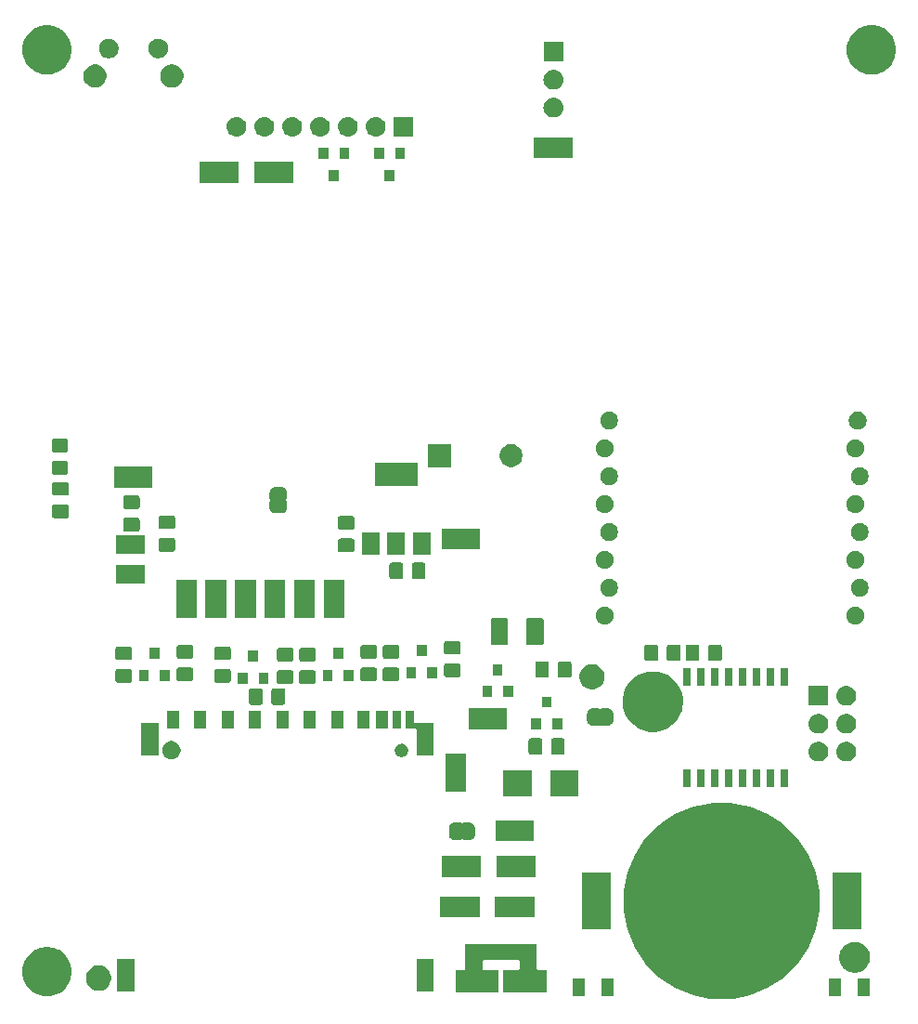
<source format=gbs>
G04 #@! TF.GenerationSoftware,KiCad,Pcbnew,5.0.2-bee76a0~70~ubuntu18.04.1*
G04 #@! TF.CreationDate,2019-02-28T13:46:31+03:00*
G04 #@! TF.ProjectId,sensor-node,73656e73-6f72-42d6-9e6f-64652e6b6963,1*
G04 #@! TF.SameCoordinates,Original*
G04 #@! TF.FileFunction,Soldermask,Bot*
G04 #@! TF.FilePolarity,Negative*
%FSLAX46Y46*%
G04 Gerber Fmt 4.6, Leading zero omitted, Abs format (unit mm)*
G04 Created by KiCad (PCBNEW 5.0.2-bee76a0~70~ubuntu18.04.1) date Thu 28 Feb 2019 13:46:31 EAT*
%MOMM*%
%LPD*%
G01*
G04 APERTURE LIST*
%ADD10C,0.100000*%
G04 APERTURE END LIST*
D10*
G36*
X158657221Y-137869094D02*
X160138794Y-138163797D01*
X161765952Y-138837788D01*
X163098500Y-139728169D01*
X163230358Y-139816274D01*
X164475726Y-141061642D01*
X164475728Y-141061645D01*
X165454212Y-142526048D01*
X166128203Y-144153206D01*
X166471800Y-145880588D01*
X166471800Y-147641812D01*
X166128203Y-149369194D01*
X165454212Y-150996352D01*
X164582703Y-152300656D01*
X164475726Y-152460758D01*
X163230358Y-153706126D01*
X163230355Y-153706128D01*
X161765952Y-154684612D01*
X160138794Y-155358603D01*
X158657221Y-155653306D01*
X158411413Y-155702200D01*
X156650187Y-155702200D01*
X156404379Y-155653306D01*
X154922806Y-155358603D01*
X153295648Y-154684612D01*
X151831245Y-153706128D01*
X151831242Y-153706126D01*
X150585874Y-152460758D01*
X150478897Y-152300656D01*
X149607388Y-150996352D01*
X148933397Y-149369194D01*
X148589800Y-147641812D01*
X148589800Y-145880588D01*
X148933397Y-144153206D01*
X149607388Y-142526048D01*
X150585872Y-141061645D01*
X150585874Y-141061642D01*
X151831242Y-139816274D01*
X151963100Y-139728169D01*
X153295648Y-138837788D01*
X154922806Y-138163797D01*
X156404379Y-137869094D01*
X156650187Y-137820200D01*
X158411413Y-137820200D01*
X158657221Y-137869094D01*
X158657221Y-137869094D01*
G37*
G36*
X96414350Y-150996350D02*
X96666301Y-151046466D01*
X96835910Y-151116720D01*
X97075774Y-151216075D01*
X97094188Y-151228379D01*
X97444292Y-151462311D01*
X97757689Y-151775708D01*
X97921846Y-152021386D01*
X98003925Y-152144226D01*
X98103280Y-152384090D01*
X98173534Y-152553699D01*
X98188910Y-152631000D01*
X98240023Y-152887960D01*
X98260000Y-152988394D01*
X98260000Y-153431606D01*
X98173534Y-153866301D01*
X98161495Y-153895365D01*
X98003925Y-154275774D01*
X98003924Y-154275775D01*
X97757689Y-154644292D01*
X97444292Y-154957689D01*
X97292669Y-155059000D01*
X97075774Y-155203925D01*
X96835910Y-155303280D01*
X96666301Y-155373534D01*
X96231607Y-155460000D01*
X95788393Y-155460000D01*
X95353699Y-155373534D01*
X95184090Y-155303280D01*
X94944226Y-155203925D01*
X94727331Y-155059000D01*
X94575708Y-154957689D01*
X94262311Y-154644292D01*
X94016076Y-154275775D01*
X94016075Y-154275774D01*
X93858505Y-153895365D01*
X93846466Y-153866301D01*
X93760000Y-153431606D01*
X93760000Y-152988394D01*
X93779978Y-152887960D01*
X93831090Y-152631000D01*
X93846466Y-152553699D01*
X93916720Y-152384090D01*
X94016075Y-152144226D01*
X94098154Y-152021386D01*
X94262311Y-151775708D01*
X94575708Y-151462311D01*
X94925812Y-151228379D01*
X94944226Y-151216075D01*
X95184090Y-151116720D01*
X95353699Y-151046466D01*
X95605650Y-150996350D01*
X95788393Y-150960000D01*
X96231607Y-150960000D01*
X96414350Y-150996350D01*
X96414350Y-150996350D01*
G37*
G36*
X145047000Y-155436200D02*
X143945000Y-155436200D01*
X143945000Y-153834200D01*
X145047000Y-153834200D01*
X145047000Y-155436200D01*
X145047000Y-155436200D01*
G37*
G36*
X147647000Y-155436200D02*
X146545000Y-155436200D01*
X146545000Y-153834200D01*
X147647000Y-153834200D01*
X147647000Y-155436200D01*
X147647000Y-155436200D01*
G37*
G36*
X168415000Y-155436200D02*
X167313000Y-155436200D01*
X167313000Y-153834200D01*
X168415000Y-153834200D01*
X168415000Y-155436200D01*
X168415000Y-155436200D01*
G37*
G36*
X171015000Y-155436200D02*
X169913000Y-155436200D01*
X169913000Y-153834200D01*
X171015000Y-153834200D01*
X171015000Y-155436200D01*
X171015000Y-155436200D01*
G37*
G36*
X140665000Y-152932000D02*
X140667402Y-152956386D01*
X140674515Y-152979835D01*
X140686066Y-153001446D01*
X140701612Y-153020388D01*
X140720554Y-153035934D01*
X140742165Y-153047485D01*
X140765614Y-153054598D01*
X140790000Y-153057000D01*
X141562500Y-153057000D01*
X141562500Y-155059000D01*
X137615500Y-155059000D01*
X137615500Y-153057000D01*
X138963000Y-153057000D01*
X138987386Y-153054598D01*
X139010835Y-153047485D01*
X139032446Y-153035934D01*
X139051388Y-153020388D01*
X139066934Y-153001446D01*
X139078485Y-152979835D01*
X139085598Y-152956386D01*
X139088000Y-152932000D01*
X139088000Y-152264000D01*
X139085598Y-152239614D01*
X139078485Y-152216165D01*
X139066934Y-152194554D01*
X139051388Y-152175612D01*
X139032446Y-152160066D01*
X139010835Y-152148515D01*
X138987386Y-152141402D01*
X138963000Y-152139000D01*
X135865000Y-152139000D01*
X135840614Y-152141402D01*
X135817165Y-152148515D01*
X135795554Y-152160066D01*
X135776612Y-152175612D01*
X135761066Y-152194554D01*
X135749515Y-152216165D01*
X135742402Y-152239614D01*
X135740000Y-152264000D01*
X135740000Y-152932000D01*
X135742402Y-152956386D01*
X135749515Y-152979835D01*
X135761066Y-153001446D01*
X135776612Y-153020388D01*
X135795554Y-153035934D01*
X135817165Y-153047485D01*
X135840614Y-153054598D01*
X135865000Y-153057000D01*
X137212500Y-153057000D01*
X137212500Y-155059000D01*
X133265500Y-155059000D01*
X133265500Y-153057000D01*
X134038000Y-153057000D01*
X134062386Y-153054598D01*
X134085835Y-153047485D01*
X134107446Y-153035934D01*
X134126388Y-153020388D01*
X134141934Y-153001446D01*
X134153485Y-152979835D01*
X134160598Y-152956386D01*
X134163000Y-152932000D01*
X134163000Y-150657000D01*
X140665000Y-150657000D01*
X140665000Y-152932000D01*
X140665000Y-152932000D01*
G37*
G36*
X103991000Y-154986000D02*
X102389000Y-154986000D01*
X102389000Y-152084000D01*
X103991000Y-152084000D01*
X103991000Y-154986000D01*
X103991000Y-154986000D01*
G37*
G36*
X131291000Y-154986000D02*
X129689000Y-154986000D01*
X129689000Y-152084000D01*
X131291000Y-152084000D01*
X131291000Y-154986000D01*
X131291000Y-154986000D01*
G37*
G36*
X101044734Y-152675232D02*
X101254202Y-152761996D01*
X101442723Y-152887962D01*
X101603038Y-153048277D01*
X101729004Y-153236798D01*
X101815768Y-153446266D01*
X101860000Y-153668635D01*
X101860000Y-153895365D01*
X101815768Y-154117734D01*
X101729004Y-154327202D01*
X101603038Y-154515723D01*
X101442723Y-154676038D01*
X101254202Y-154802004D01*
X101044734Y-154888768D01*
X100822365Y-154933000D01*
X100595635Y-154933000D01*
X100373266Y-154888768D01*
X100163798Y-154802004D01*
X99975277Y-154676038D01*
X99814962Y-154515723D01*
X99688996Y-154327202D01*
X99602232Y-154117734D01*
X99558000Y-153895365D01*
X99558000Y-153668635D01*
X99602232Y-153446266D01*
X99688996Y-153236798D01*
X99814962Y-153048277D01*
X99975277Y-152887962D01*
X100163798Y-152761996D01*
X100373266Y-152675232D01*
X100595635Y-152631000D01*
X100822365Y-152631000D01*
X101044734Y-152675232D01*
X101044734Y-152675232D01*
G37*
G36*
X169990433Y-150526893D02*
X170080657Y-150544839D01*
X170186267Y-150588585D01*
X170335621Y-150650449D01*
X170565089Y-150803774D01*
X170760226Y-150998911D01*
X170913551Y-151228379D01*
X171019161Y-151483344D01*
X171073000Y-151754012D01*
X171073000Y-152029988D01*
X171019161Y-152300656D01*
X170913551Y-152555621D01*
X170760226Y-152785089D01*
X170565089Y-152980226D01*
X170335621Y-153133551D01*
X170186267Y-153195415D01*
X170080657Y-153239161D01*
X169990433Y-153257107D01*
X169809988Y-153293000D01*
X169534012Y-153293000D01*
X169353567Y-153257107D01*
X169263343Y-153239161D01*
X169157733Y-153195415D01*
X169008379Y-153133551D01*
X168778911Y-152980226D01*
X168583774Y-152785089D01*
X168430449Y-152555621D01*
X168324839Y-152300656D01*
X168271000Y-152029988D01*
X168271000Y-151754012D01*
X168324839Y-151483344D01*
X168430449Y-151228379D01*
X168583774Y-150998911D01*
X168778911Y-150803774D01*
X169008379Y-150650449D01*
X169157733Y-150588585D01*
X169263343Y-150544839D01*
X169353567Y-150526893D01*
X169534012Y-150491000D01*
X169809988Y-150491000D01*
X169990433Y-150526893D01*
X169990433Y-150526893D01*
G37*
G36*
X147421800Y-149352200D02*
X144779800Y-149352200D01*
X144779800Y-144170200D01*
X147421800Y-144170200D01*
X147421800Y-149352200D01*
X147421800Y-149352200D01*
G37*
G36*
X170281800Y-149352200D02*
X167639800Y-149352200D01*
X167639800Y-144170200D01*
X170281800Y-144170200D01*
X170281800Y-149352200D01*
X170281800Y-149352200D01*
G37*
G36*
X140445000Y-148271000D02*
X136843000Y-148271000D01*
X136843000Y-146369000D01*
X140445000Y-146369000D01*
X140445000Y-148271000D01*
X140445000Y-148271000D01*
G37*
G36*
X135445000Y-148271000D02*
X131843000Y-148271000D01*
X131843000Y-146369000D01*
X135445000Y-146369000D01*
X135445000Y-148271000D01*
X135445000Y-148271000D01*
G37*
G36*
X140597400Y-144562600D02*
X136995400Y-144562600D01*
X136995400Y-142660600D01*
X140597400Y-142660600D01*
X140597400Y-144562600D01*
X140597400Y-144562600D01*
G37*
G36*
X135597400Y-144562600D02*
X131995400Y-144562600D01*
X131995400Y-142660600D01*
X135597400Y-142660600D01*
X135597400Y-144562600D01*
X135597400Y-144562600D01*
G37*
G36*
X140435000Y-141311400D02*
X136933000Y-141311400D01*
X136933000Y-139409400D01*
X140435000Y-139409400D01*
X140435000Y-141311400D01*
X140435000Y-141311400D01*
G37*
G36*
X133717999Y-139610937D02*
X133727611Y-139613853D01*
X133736469Y-139618588D01*
X133744237Y-139624963D01*
X133754446Y-139637402D01*
X133761372Y-139647768D01*
X133778698Y-139665095D01*
X133799073Y-139678710D01*
X133821711Y-139688088D01*
X133845745Y-139692869D01*
X133870249Y-139692869D01*
X133894283Y-139688089D01*
X133916922Y-139678713D01*
X133937297Y-139665099D01*
X133954624Y-139647773D01*
X133961552Y-139637404D01*
X133971763Y-139624963D01*
X133979531Y-139618588D01*
X133988389Y-139613853D01*
X133998001Y-139610937D01*
X134014140Y-139609348D01*
X134501860Y-139609348D01*
X134520198Y-139611154D01*
X134532450Y-139611756D01*
X134550869Y-139611756D01*
X134573149Y-139613950D01*
X134657236Y-139630676D01*
X134678655Y-139637174D01*
X134757871Y-139669985D01*
X134777607Y-139680535D01*
X134848897Y-139728169D01*
X134866208Y-139742376D01*
X134926824Y-139802992D01*
X134941031Y-139820303D01*
X134988665Y-139891593D01*
X134999215Y-139911329D01*
X135032026Y-139990545D01*
X135038524Y-140011964D01*
X135055250Y-140096051D01*
X135057444Y-140118331D01*
X135057444Y-140136750D01*
X135058046Y-140149002D01*
X135059852Y-140167340D01*
X135059852Y-140655061D01*
X135058046Y-140673398D01*
X135057444Y-140685650D01*
X135057444Y-140704069D01*
X135055250Y-140726349D01*
X135038524Y-140810436D01*
X135032026Y-140831855D01*
X134999215Y-140911071D01*
X134988665Y-140930807D01*
X134941031Y-141002097D01*
X134926824Y-141019408D01*
X134866208Y-141080024D01*
X134848897Y-141094231D01*
X134777607Y-141141865D01*
X134757871Y-141152415D01*
X134678655Y-141185226D01*
X134657236Y-141191724D01*
X134573149Y-141208450D01*
X134550869Y-141210644D01*
X134532450Y-141210644D01*
X134520198Y-141211246D01*
X134501861Y-141213052D01*
X134014140Y-141213052D01*
X133998001Y-141211463D01*
X133988389Y-141208547D01*
X133979531Y-141203812D01*
X133971763Y-141197437D01*
X133961554Y-141184998D01*
X133954628Y-141174632D01*
X133937302Y-141157305D01*
X133916927Y-141143690D01*
X133894289Y-141134312D01*
X133870255Y-141129531D01*
X133845751Y-141129531D01*
X133821717Y-141134311D01*
X133799078Y-141143687D01*
X133778703Y-141157301D01*
X133761376Y-141174627D01*
X133754448Y-141184996D01*
X133744237Y-141197437D01*
X133736469Y-141203812D01*
X133727611Y-141208547D01*
X133717999Y-141211463D01*
X133701860Y-141213052D01*
X133214139Y-141213052D01*
X133195802Y-141211246D01*
X133183550Y-141210644D01*
X133165131Y-141210644D01*
X133142851Y-141208450D01*
X133058764Y-141191724D01*
X133037345Y-141185226D01*
X132958129Y-141152415D01*
X132938393Y-141141865D01*
X132867103Y-141094231D01*
X132849792Y-141080024D01*
X132789176Y-141019408D01*
X132774969Y-141002097D01*
X132727335Y-140930807D01*
X132716785Y-140911071D01*
X132683974Y-140831855D01*
X132677476Y-140810436D01*
X132660750Y-140726349D01*
X132658556Y-140704069D01*
X132658556Y-140685650D01*
X132657954Y-140673398D01*
X132656148Y-140655061D01*
X132656148Y-140167340D01*
X132657954Y-140149002D01*
X132658556Y-140136750D01*
X132658556Y-140118331D01*
X132660750Y-140096051D01*
X132677476Y-140011964D01*
X132683974Y-139990545D01*
X132716785Y-139911329D01*
X132727335Y-139891593D01*
X132774969Y-139820303D01*
X132789176Y-139802992D01*
X132849792Y-139742376D01*
X132867103Y-139728169D01*
X132938393Y-139680535D01*
X132958129Y-139669985D01*
X133037345Y-139637174D01*
X133058764Y-139630676D01*
X133142851Y-139613950D01*
X133165131Y-139611756D01*
X133183550Y-139611756D01*
X133195802Y-139611154D01*
X133214140Y-139609348D01*
X133701860Y-139609348D01*
X133717999Y-139610937D01*
X133717999Y-139610937D01*
G37*
G36*
X140188200Y-137243400D02*
X137586200Y-137243400D01*
X137586200Y-134841400D01*
X140188200Y-134841400D01*
X140188200Y-137243400D01*
X140188200Y-137243400D01*
G37*
G36*
X144488200Y-137243400D02*
X141886200Y-137243400D01*
X141886200Y-134841400D01*
X144488200Y-134841400D01*
X144488200Y-137243400D01*
X144488200Y-137243400D01*
G37*
G36*
X134250200Y-136828200D02*
X132348200Y-136828200D01*
X132348200Y-133326200D01*
X134250200Y-133326200D01*
X134250200Y-136828200D01*
X134250200Y-136828200D01*
G37*
G36*
X161056800Y-136413400D02*
X160354800Y-136413400D01*
X160354800Y-134811400D01*
X161056800Y-134811400D01*
X161056800Y-136413400D01*
X161056800Y-136413400D01*
G37*
G36*
X154706800Y-136413400D02*
X154004800Y-136413400D01*
X154004800Y-134811400D01*
X154706800Y-134811400D01*
X154706800Y-136413400D01*
X154706800Y-136413400D01*
G37*
G36*
X155976800Y-136413400D02*
X155274800Y-136413400D01*
X155274800Y-134811400D01*
X155976800Y-134811400D01*
X155976800Y-136413400D01*
X155976800Y-136413400D01*
G37*
G36*
X157246800Y-136413400D02*
X156544800Y-136413400D01*
X156544800Y-134811400D01*
X157246800Y-134811400D01*
X157246800Y-136413400D01*
X157246800Y-136413400D01*
G37*
G36*
X159786800Y-136413400D02*
X159084800Y-136413400D01*
X159084800Y-134811400D01*
X159786800Y-134811400D01*
X159786800Y-136413400D01*
X159786800Y-136413400D01*
G37*
G36*
X163596800Y-136413400D02*
X162894800Y-136413400D01*
X162894800Y-134811400D01*
X163596800Y-134811400D01*
X163596800Y-136413400D01*
X163596800Y-136413400D01*
G37*
G36*
X162326800Y-136413400D02*
X161624800Y-136413400D01*
X161624800Y-134811400D01*
X162326800Y-134811400D01*
X162326800Y-136413400D01*
X162326800Y-136413400D01*
G37*
G36*
X158516800Y-136413400D02*
X157814800Y-136413400D01*
X157814800Y-134811400D01*
X158516800Y-134811400D01*
X158516800Y-136413400D01*
X158516800Y-136413400D01*
G37*
G36*
X169020443Y-132252319D02*
X169086627Y-132258837D01*
X169159207Y-132280854D01*
X169256467Y-132310357D01*
X169375505Y-132373985D01*
X169412991Y-132394022D01*
X169448729Y-132423352D01*
X169550186Y-132506614D01*
X169633448Y-132608071D01*
X169662778Y-132643809D01*
X169662779Y-132643811D01*
X169746443Y-132800333D01*
X169746443Y-132800334D01*
X169797963Y-132970173D01*
X169815359Y-133146800D01*
X169797963Y-133323427D01*
X169776333Y-133394731D01*
X169746443Y-133493267D01*
X169701429Y-133577481D01*
X169662778Y-133649791D01*
X169633448Y-133685529D01*
X169550186Y-133786986D01*
X169448729Y-133870248D01*
X169412991Y-133899578D01*
X169412989Y-133899579D01*
X169256467Y-133983243D01*
X169199853Y-134000416D01*
X169086627Y-134034763D01*
X169020442Y-134041282D01*
X168954260Y-134047800D01*
X168865740Y-134047800D01*
X168799558Y-134041282D01*
X168733373Y-134034763D01*
X168620147Y-134000416D01*
X168563533Y-133983243D01*
X168407011Y-133899579D01*
X168407009Y-133899578D01*
X168371271Y-133870248D01*
X168269814Y-133786986D01*
X168186552Y-133685529D01*
X168157222Y-133649791D01*
X168118571Y-133577481D01*
X168073557Y-133493267D01*
X168043667Y-133394731D01*
X168022037Y-133323427D01*
X168004641Y-133146800D01*
X168022037Y-132970173D01*
X168073557Y-132800334D01*
X168073557Y-132800333D01*
X168157221Y-132643811D01*
X168157222Y-132643809D01*
X168186552Y-132608071D01*
X168269814Y-132506614D01*
X168371271Y-132423352D01*
X168407009Y-132394022D01*
X168444495Y-132373985D01*
X168563533Y-132310357D01*
X168660793Y-132280854D01*
X168733373Y-132258837D01*
X168799557Y-132252319D01*
X168865740Y-132245800D01*
X168954260Y-132245800D01*
X169020443Y-132252319D01*
X169020443Y-132252319D01*
G37*
G36*
X166480443Y-132252319D02*
X166546627Y-132258837D01*
X166619207Y-132280854D01*
X166716467Y-132310357D01*
X166835505Y-132373985D01*
X166872991Y-132394022D01*
X166908729Y-132423352D01*
X167010186Y-132506614D01*
X167093448Y-132608071D01*
X167122778Y-132643809D01*
X167122779Y-132643811D01*
X167206443Y-132800333D01*
X167206443Y-132800334D01*
X167257963Y-132970173D01*
X167275359Y-133146800D01*
X167257963Y-133323427D01*
X167236333Y-133394731D01*
X167206443Y-133493267D01*
X167161429Y-133577481D01*
X167122778Y-133649791D01*
X167093448Y-133685529D01*
X167010186Y-133786986D01*
X166908729Y-133870248D01*
X166872991Y-133899578D01*
X166872989Y-133899579D01*
X166716467Y-133983243D01*
X166659853Y-134000416D01*
X166546627Y-134034763D01*
X166480442Y-134041282D01*
X166414260Y-134047800D01*
X166325740Y-134047800D01*
X166259558Y-134041282D01*
X166193373Y-134034763D01*
X166080147Y-134000416D01*
X166023533Y-133983243D01*
X165867011Y-133899579D01*
X165867009Y-133899578D01*
X165831271Y-133870248D01*
X165729814Y-133786986D01*
X165646552Y-133685529D01*
X165617222Y-133649791D01*
X165578571Y-133577481D01*
X165533557Y-133493267D01*
X165503667Y-133394731D01*
X165482037Y-133323427D01*
X165464641Y-133146800D01*
X165482037Y-132970173D01*
X165533557Y-132800334D01*
X165533557Y-132800333D01*
X165617221Y-132643811D01*
X165617222Y-132643809D01*
X165646552Y-132608071D01*
X165729814Y-132506614D01*
X165831271Y-132423352D01*
X165867009Y-132394022D01*
X165904495Y-132373985D01*
X166023533Y-132310357D01*
X166120793Y-132280854D01*
X166193373Y-132258837D01*
X166259557Y-132252319D01*
X166325740Y-132245800D01*
X166414260Y-132245800D01*
X166480443Y-132252319D01*
X166480443Y-132252319D01*
G37*
G36*
X107588228Y-132216703D02*
X107743100Y-132280853D01*
X107882481Y-132373985D01*
X108001015Y-132492519D01*
X108094147Y-132631900D01*
X108158297Y-132786772D01*
X108191000Y-132951184D01*
X108191000Y-133118816D01*
X108158297Y-133283228D01*
X108094147Y-133438100D01*
X108001015Y-133577481D01*
X107882481Y-133696015D01*
X107743100Y-133789147D01*
X107588228Y-133853297D01*
X107423816Y-133886000D01*
X107256184Y-133886000D01*
X107091772Y-133853297D01*
X106936900Y-133789147D01*
X106797519Y-133696015D01*
X106678985Y-133577481D01*
X106585853Y-133438100D01*
X106521703Y-133283228D01*
X106489000Y-133118816D01*
X106489000Y-132951184D01*
X106521703Y-132786772D01*
X106585853Y-132631900D01*
X106678985Y-132492519D01*
X106797519Y-132373985D01*
X106936900Y-132280853D01*
X107091772Y-132216703D01*
X107256184Y-132184000D01*
X107423816Y-132184000D01*
X107588228Y-132216703D01*
X107588228Y-132216703D01*
G37*
G36*
X128515305Y-132457096D02*
X128624680Y-132502400D01*
X128723118Y-132568175D01*
X128806825Y-132651882D01*
X128872600Y-132750320D01*
X128917904Y-132859695D01*
X128941000Y-132975806D01*
X128941000Y-133094194D01*
X128917904Y-133210305D01*
X128872600Y-133319680D01*
X128806825Y-133418118D01*
X128723118Y-133501825D01*
X128624680Y-133567600D01*
X128515305Y-133612904D01*
X128399194Y-133636000D01*
X128280806Y-133636000D01*
X128164695Y-133612904D01*
X128055320Y-133567600D01*
X127956882Y-133501825D01*
X127873175Y-133418118D01*
X127807400Y-133319680D01*
X127762096Y-133210305D01*
X127739000Y-133094194D01*
X127739000Y-132975806D01*
X127762096Y-132859695D01*
X127807400Y-132750320D01*
X127873175Y-132651882D01*
X127956882Y-132568175D01*
X128055320Y-132502400D01*
X128164695Y-132457096D01*
X128280806Y-132434000D01*
X128399194Y-132434000D01*
X128515305Y-132457096D01*
X128515305Y-132457096D01*
G37*
G36*
X129496000Y-130459000D02*
X129498402Y-130483386D01*
X129505515Y-130506835D01*
X129517066Y-130528446D01*
X129532612Y-130547388D01*
X129551554Y-130562934D01*
X129573165Y-130574485D01*
X129596614Y-130581598D01*
X129621000Y-130584000D01*
X131291000Y-130584000D01*
X131291000Y-133486000D01*
X129689000Y-133486000D01*
X129689000Y-131161000D01*
X129686598Y-131136614D01*
X129679485Y-131113165D01*
X129667934Y-131091554D01*
X129652388Y-131072612D01*
X129633446Y-131057066D01*
X129611835Y-131045515D01*
X129588386Y-131038402D01*
X129564000Y-131036000D01*
X128694000Y-131036000D01*
X128694000Y-129434000D01*
X129496000Y-129434000D01*
X129496000Y-130459000D01*
X129496000Y-130459000D01*
G37*
G36*
X106191000Y-133486000D02*
X104589000Y-133486000D01*
X104589000Y-130584000D01*
X106191000Y-130584000D01*
X106191000Y-133486000D01*
X106191000Y-133486000D01*
G37*
G36*
X141018277Y-131943065D02*
X141055964Y-131954498D01*
X141090703Y-131973066D01*
X141121148Y-131998052D01*
X141146134Y-132028497D01*
X141164702Y-132063236D01*
X141176135Y-132100923D01*
X141180600Y-132146261D01*
X141180600Y-133232939D01*
X141176135Y-133278277D01*
X141164702Y-133315964D01*
X141146134Y-133350703D01*
X141121148Y-133381148D01*
X141090703Y-133406134D01*
X141055964Y-133424702D01*
X141018277Y-133436135D01*
X140972939Y-133440600D01*
X140136261Y-133440600D01*
X140090923Y-133436135D01*
X140053236Y-133424702D01*
X140018497Y-133406134D01*
X139988052Y-133381148D01*
X139963066Y-133350703D01*
X139944498Y-133315964D01*
X139933065Y-133278277D01*
X139928600Y-133232939D01*
X139928600Y-132146261D01*
X139933065Y-132100923D01*
X139944498Y-132063236D01*
X139963066Y-132028497D01*
X139988052Y-131998052D01*
X140018497Y-131973066D01*
X140053236Y-131954498D01*
X140090923Y-131943065D01*
X140136261Y-131938600D01*
X140972939Y-131938600D01*
X141018277Y-131943065D01*
X141018277Y-131943065D01*
G37*
G36*
X143068277Y-131943065D02*
X143105964Y-131954498D01*
X143140703Y-131973066D01*
X143171148Y-131998052D01*
X143196134Y-132028497D01*
X143214702Y-132063236D01*
X143226135Y-132100923D01*
X143230600Y-132146261D01*
X143230600Y-133232939D01*
X143226135Y-133278277D01*
X143214702Y-133315964D01*
X143196134Y-133350703D01*
X143171148Y-133381148D01*
X143140703Y-133406134D01*
X143105964Y-133424702D01*
X143068277Y-133436135D01*
X143022939Y-133440600D01*
X142186261Y-133440600D01*
X142140923Y-133436135D01*
X142103236Y-133424702D01*
X142068497Y-133406134D01*
X142038052Y-133381148D01*
X142013066Y-133350703D01*
X141994498Y-133315964D01*
X141983065Y-133278277D01*
X141978600Y-133232939D01*
X141978600Y-132146261D01*
X141983065Y-132100923D01*
X141994498Y-132063236D01*
X142013066Y-132028497D01*
X142038052Y-131998052D01*
X142068497Y-131973066D01*
X142103236Y-131954498D01*
X142140923Y-131943065D01*
X142186261Y-131938600D01*
X143022939Y-131938600D01*
X143068277Y-131943065D01*
X143068277Y-131943065D01*
G37*
G36*
X169020442Y-129712318D02*
X169086627Y-129718837D01*
X169180127Y-129747200D01*
X169256467Y-129770357D01*
X169395087Y-129844452D01*
X169412991Y-129854022D01*
X169448729Y-129883352D01*
X169550186Y-129966614D01*
X169633448Y-130068071D01*
X169662778Y-130103809D01*
X169662779Y-130103811D01*
X169746443Y-130260333D01*
X169755463Y-130290069D01*
X169797963Y-130430173D01*
X169815359Y-130606800D01*
X169797963Y-130783427D01*
X169793223Y-130799052D01*
X169746443Y-130953267D01*
X169701095Y-131038105D01*
X169662778Y-131109791D01*
X169640765Y-131136614D01*
X169550186Y-131246986D01*
X169448729Y-131330248D01*
X169412991Y-131359578D01*
X169412989Y-131359579D01*
X169256467Y-131443243D01*
X169199853Y-131460416D01*
X169086627Y-131494763D01*
X169020443Y-131501281D01*
X168954260Y-131507800D01*
X168865740Y-131507800D01*
X168799557Y-131501281D01*
X168733373Y-131494763D01*
X168620147Y-131460416D01*
X168563533Y-131443243D01*
X168407011Y-131359579D01*
X168407009Y-131359578D01*
X168371271Y-131330248D01*
X168269814Y-131246986D01*
X168179235Y-131136614D01*
X168157222Y-131109791D01*
X168118905Y-131038105D01*
X168073557Y-130953267D01*
X168026777Y-130799052D01*
X168022037Y-130783427D01*
X168004641Y-130606800D01*
X168022037Y-130430173D01*
X168064537Y-130290069D01*
X168073557Y-130260333D01*
X168157221Y-130103811D01*
X168157222Y-130103809D01*
X168186552Y-130068071D01*
X168269814Y-129966614D01*
X168371271Y-129883352D01*
X168407009Y-129854022D01*
X168424913Y-129844452D01*
X168563533Y-129770357D01*
X168639873Y-129747200D01*
X168733373Y-129718837D01*
X168799558Y-129712318D01*
X168865740Y-129705800D01*
X168954260Y-129705800D01*
X169020442Y-129712318D01*
X169020442Y-129712318D01*
G37*
G36*
X166480442Y-129712318D02*
X166546627Y-129718837D01*
X166640127Y-129747200D01*
X166716467Y-129770357D01*
X166855087Y-129844452D01*
X166872991Y-129854022D01*
X166908729Y-129883352D01*
X167010186Y-129966614D01*
X167093448Y-130068071D01*
X167122778Y-130103809D01*
X167122779Y-130103811D01*
X167206443Y-130260333D01*
X167215463Y-130290069D01*
X167257963Y-130430173D01*
X167275359Y-130606800D01*
X167257963Y-130783427D01*
X167253223Y-130799052D01*
X167206443Y-130953267D01*
X167161095Y-131038105D01*
X167122778Y-131109791D01*
X167100765Y-131136614D01*
X167010186Y-131246986D01*
X166908729Y-131330248D01*
X166872991Y-131359578D01*
X166872989Y-131359579D01*
X166716467Y-131443243D01*
X166659853Y-131460416D01*
X166546627Y-131494763D01*
X166480443Y-131501281D01*
X166414260Y-131507800D01*
X166325740Y-131507800D01*
X166259557Y-131501281D01*
X166193373Y-131494763D01*
X166080147Y-131460416D01*
X166023533Y-131443243D01*
X165867011Y-131359579D01*
X165867009Y-131359578D01*
X165831271Y-131330248D01*
X165729814Y-131246986D01*
X165639235Y-131136614D01*
X165617222Y-131109791D01*
X165578905Y-131038105D01*
X165533557Y-130953267D01*
X165486777Y-130799052D01*
X165482037Y-130783427D01*
X165464641Y-130606800D01*
X165482037Y-130430173D01*
X165524537Y-130290069D01*
X165533557Y-130260333D01*
X165617221Y-130103811D01*
X165617222Y-130103809D01*
X165646552Y-130068071D01*
X165729814Y-129966614D01*
X165831271Y-129883352D01*
X165867009Y-129854022D01*
X165884913Y-129844452D01*
X166023533Y-129770357D01*
X166099873Y-129747200D01*
X166193373Y-129718837D01*
X166259558Y-129712318D01*
X166325740Y-129705800D01*
X166414260Y-129705800D01*
X166480442Y-129712318D01*
X166480442Y-129712318D01*
G37*
G36*
X151749018Y-125893173D02*
X152059437Y-125954919D01*
X152560087Y-126162295D01*
X152937241Y-126414302D01*
X153010663Y-126463361D01*
X153393839Y-126846537D01*
X153393841Y-126846540D01*
X153694905Y-127297113D01*
X153902281Y-127797763D01*
X153902281Y-127797764D01*
X154008000Y-128329249D01*
X154008000Y-128871151D01*
X153972186Y-129051200D01*
X153902281Y-129402637D01*
X153694905Y-129903287D01*
X153404636Y-130337704D01*
X153393839Y-130353863D01*
X153010663Y-130737039D01*
X153010660Y-130737041D01*
X152560087Y-131038105D01*
X152059437Y-131245481D01*
X151793694Y-131298340D01*
X151527951Y-131351200D01*
X150986049Y-131351200D01*
X150720306Y-131298340D01*
X150454563Y-131245481D01*
X149953913Y-131038105D01*
X149503340Y-130737041D01*
X149503337Y-130737039D01*
X149120161Y-130353863D01*
X149109364Y-130337704D01*
X148819095Y-129903287D01*
X148611719Y-129402637D01*
X148541814Y-129051200D01*
X148506000Y-128871151D01*
X148506000Y-128329249D01*
X148611719Y-127797764D01*
X148611719Y-127797763D01*
X148819095Y-127297113D01*
X149120159Y-126846540D01*
X149120161Y-126846537D01*
X149503337Y-126463361D01*
X149576759Y-126414302D01*
X149953913Y-126162295D01*
X150454563Y-125954919D01*
X150764982Y-125893173D01*
X150986049Y-125849200D01*
X151527951Y-125849200D01*
X151749018Y-125893173D01*
X151749018Y-125893173D01*
G37*
G36*
X142980600Y-131142600D02*
X142078600Y-131142600D01*
X142078600Y-130140600D01*
X142980600Y-130140600D01*
X142980600Y-131142600D01*
X142980600Y-131142600D01*
G37*
G36*
X141080600Y-131142600D02*
X140178600Y-131142600D01*
X140178600Y-130140600D01*
X141080600Y-130140600D01*
X141080600Y-131142600D01*
X141080600Y-131142600D01*
G37*
G36*
X137945800Y-131100600D02*
X134443800Y-131100600D01*
X134443800Y-129198600D01*
X137945800Y-129198600D01*
X137945800Y-131100600D01*
X137945800Y-131100600D01*
G37*
G36*
X125446000Y-131036000D02*
X124344000Y-131036000D01*
X124344000Y-129434000D01*
X125446000Y-129434000D01*
X125446000Y-131036000D01*
X125446000Y-131036000D01*
G37*
G36*
X110516000Y-131036000D02*
X109414000Y-131036000D01*
X109414000Y-129434000D01*
X110516000Y-129434000D01*
X110516000Y-131036000D01*
X110516000Y-131036000D01*
G37*
G36*
X123016000Y-131036000D02*
X121914000Y-131036000D01*
X121914000Y-129434000D01*
X123016000Y-129434000D01*
X123016000Y-131036000D01*
X123016000Y-131036000D01*
G37*
G36*
X115516000Y-131036000D02*
X114414000Y-131036000D01*
X114414000Y-129434000D01*
X115516000Y-129434000D01*
X115516000Y-131036000D01*
X115516000Y-131036000D01*
G37*
G36*
X113016000Y-131036000D02*
X111914000Y-131036000D01*
X111914000Y-129434000D01*
X113016000Y-129434000D01*
X113016000Y-131036000D01*
X113016000Y-131036000D01*
G37*
G36*
X128296000Y-131036000D02*
X127494000Y-131036000D01*
X127494000Y-129434000D01*
X128296000Y-129434000D01*
X128296000Y-131036000D01*
X128296000Y-131036000D01*
G37*
G36*
X120516000Y-131036000D02*
X119414000Y-131036000D01*
X119414000Y-129434000D01*
X120516000Y-129434000D01*
X120516000Y-131036000D01*
X120516000Y-131036000D01*
G37*
G36*
X118016000Y-131036000D02*
X116914000Y-131036000D01*
X116914000Y-129434000D01*
X118016000Y-129434000D01*
X118016000Y-131036000D01*
X118016000Y-131036000D01*
G37*
G36*
X108016000Y-131036000D02*
X106914000Y-131036000D01*
X106914000Y-129434000D01*
X108016000Y-129434000D01*
X108016000Y-131036000D01*
X108016000Y-131036000D01*
G37*
G36*
X127146000Y-131036000D02*
X126044000Y-131036000D01*
X126044000Y-129434000D01*
X127146000Y-129434000D01*
X127146000Y-131036000D01*
X127146000Y-131036000D01*
G37*
G36*
X146316399Y-129196937D02*
X146326011Y-129199853D01*
X146334869Y-129204588D01*
X146342637Y-129210963D01*
X146352846Y-129223402D01*
X146359772Y-129233768D01*
X146377098Y-129251095D01*
X146397473Y-129264710D01*
X146420111Y-129274088D01*
X146444145Y-129278869D01*
X146468649Y-129278869D01*
X146492683Y-129274089D01*
X146515322Y-129264713D01*
X146535697Y-129251099D01*
X146553024Y-129233773D01*
X146559952Y-129223404D01*
X146570163Y-129210963D01*
X146577931Y-129204588D01*
X146586789Y-129199853D01*
X146596401Y-129196937D01*
X146612540Y-129195348D01*
X147100260Y-129195348D01*
X147118598Y-129197154D01*
X147130850Y-129197756D01*
X147149269Y-129197756D01*
X147171549Y-129199950D01*
X147255636Y-129216676D01*
X147277055Y-129223174D01*
X147356271Y-129255985D01*
X147376007Y-129266535D01*
X147447297Y-129314169D01*
X147464608Y-129328376D01*
X147525224Y-129388992D01*
X147539431Y-129406303D01*
X147587065Y-129477593D01*
X147597615Y-129497329D01*
X147630426Y-129576545D01*
X147636924Y-129597964D01*
X147653650Y-129682051D01*
X147655844Y-129704331D01*
X147655844Y-129722750D01*
X147656446Y-129735002D01*
X147658252Y-129753340D01*
X147658252Y-130241061D01*
X147656446Y-130259398D01*
X147655844Y-130271650D01*
X147655844Y-130290069D01*
X147653650Y-130312349D01*
X147636924Y-130396436D01*
X147630426Y-130417855D01*
X147597615Y-130497071D01*
X147587065Y-130516807D01*
X147539431Y-130588097D01*
X147525224Y-130605408D01*
X147464608Y-130666024D01*
X147447297Y-130680231D01*
X147376007Y-130727865D01*
X147356271Y-130738415D01*
X147277055Y-130771226D01*
X147255636Y-130777724D01*
X147171549Y-130794450D01*
X147149269Y-130796644D01*
X147130850Y-130796644D01*
X147118598Y-130797246D01*
X147100261Y-130799052D01*
X146612540Y-130799052D01*
X146596401Y-130797463D01*
X146586789Y-130794547D01*
X146577931Y-130789812D01*
X146570163Y-130783437D01*
X146559954Y-130770998D01*
X146553028Y-130760632D01*
X146535702Y-130743305D01*
X146515327Y-130729690D01*
X146492689Y-130720312D01*
X146468655Y-130715531D01*
X146444151Y-130715531D01*
X146420117Y-130720311D01*
X146397478Y-130729687D01*
X146377103Y-130743301D01*
X146359776Y-130760627D01*
X146352848Y-130770996D01*
X146342637Y-130783437D01*
X146334869Y-130789812D01*
X146326011Y-130794547D01*
X146316399Y-130797463D01*
X146300260Y-130799052D01*
X145812539Y-130799052D01*
X145794202Y-130797246D01*
X145781950Y-130796644D01*
X145763531Y-130796644D01*
X145741251Y-130794450D01*
X145657164Y-130777724D01*
X145635745Y-130771226D01*
X145556529Y-130738415D01*
X145536793Y-130727865D01*
X145465503Y-130680231D01*
X145448192Y-130666024D01*
X145387576Y-130605408D01*
X145373369Y-130588097D01*
X145325735Y-130516807D01*
X145315185Y-130497071D01*
X145282374Y-130417855D01*
X145275876Y-130396436D01*
X145259150Y-130312349D01*
X145256956Y-130290069D01*
X145256956Y-130271650D01*
X145256354Y-130259398D01*
X145254548Y-130241061D01*
X145254548Y-129753340D01*
X145256354Y-129735002D01*
X145256956Y-129722750D01*
X145256956Y-129704331D01*
X145259150Y-129682051D01*
X145275876Y-129597964D01*
X145282374Y-129576545D01*
X145315185Y-129497329D01*
X145325735Y-129477593D01*
X145373369Y-129406303D01*
X145387576Y-129388992D01*
X145448192Y-129328376D01*
X145465503Y-129314169D01*
X145536793Y-129266535D01*
X145556529Y-129255985D01*
X145635745Y-129223174D01*
X145657164Y-129216676D01*
X145741251Y-129199950D01*
X145763531Y-129197756D01*
X145781950Y-129197756D01*
X145794202Y-129197154D01*
X145812540Y-129195348D01*
X146300260Y-129195348D01*
X146316399Y-129196937D01*
X146316399Y-129196937D01*
G37*
G36*
X142030600Y-129142600D02*
X141128600Y-129142600D01*
X141128600Y-128140600D01*
X142030600Y-128140600D01*
X142030600Y-129142600D01*
X142030600Y-129142600D01*
G37*
G36*
X169020443Y-127172319D02*
X169086627Y-127178837D01*
X169198354Y-127212729D01*
X169256467Y-127230357D01*
X169381357Y-127297113D01*
X169412991Y-127314022D01*
X169448729Y-127343352D01*
X169550186Y-127426614D01*
X169621049Y-127512962D01*
X169662778Y-127563809D01*
X169662779Y-127563811D01*
X169746443Y-127720333D01*
X169746443Y-127720334D01*
X169797963Y-127890173D01*
X169815359Y-128066800D01*
X169797963Y-128243427D01*
X169776948Y-128312704D01*
X169746443Y-128413267D01*
X169672348Y-128551887D01*
X169662778Y-128569791D01*
X169633448Y-128605529D01*
X169550186Y-128706986D01*
X169474177Y-128769364D01*
X169412991Y-128819578D01*
X169412989Y-128819579D01*
X169256467Y-128903243D01*
X169199853Y-128920416D01*
X169086627Y-128954763D01*
X169020443Y-128961281D01*
X168954260Y-128967800D01*
X168865740Y-128967800D01*
X168799557Y-128961281D01*
X168733373Y-128954763D01*
X168620147Y-128920416D01*
X168563533Y-128903243D01*
X168407011Y-128819579D01*
X168407009Y-128819578D01*
X168345823Y-128769364D01*
X168269814Y-128706986D01*
X168186552Y-128605529D01*
X168157222Y-128569791D01*
X168147652Y-128551887D01*
X168073557Y-128413267D01*
X168043052Y-128312704D01*
X168022037Y-128243427D01*
X168004641Y-128066800D01*
X168022037Y-127890173D01*
X168073557Y-127720334D01*
X168073557Y-127720333D01*
X168157221Y-127563811D01*
X168157222Y-127563809D01*
X168198951Y-127512962D01*
X168269814Y-127426614D01*
X168371271Y-127343352D01*
X168407009Y-127314022D01*
X168438643Y-127297113D01*
X168563533Y-127230357D01*
X168621646Y-127212729D01*
X168733373Y-127178837D01*
X168799557Y-127172319D01*
X168865740Y-127165800D01*
X168954260Y-127165800D01*
X169020443Y-127172319D01*
X169020443Y-127172319D01*
G37*
G36*
X167271000Y-128967800D02*
X165469000Y-128967800D01*
X165469000Y-127165800D01*
X167271000Y-127165800D01*
X167271000Y-128967800D01*
X167271000Y-128967800D01*
G37*
G36*
X115516677Y-127396465D02*
X115554364Y-127407898D01*
X115589103Y-127426466D01*
X115619548Y-127451452D01*
X115644534Y-127481897D01*
X115663102Y-127516636D01*
X115674535Y-127554323D01*
X115679000Y-127599661D01*
X115679000Y-128686339D01*
X115674535Y-128731677D01*
X115663102Y-128769364D01*
X115644534Y-128804103D01*
X115619548Y-128834548D01*
X115589103Y-128859534D01*
X115554364Y-128878102D01*
X115516677Y-128889535D01*
X115471339Y-128894000D01*
X114634661Y-128894000D01*
X114589323Y-128889535D01*
X114551636Y-128878102D01*
X114516897Y-128859534D01*
X114486452Y-128834548D01*
X114461466Y-128804103D01*
X114442898Y-128769364D01*
X114431465Y-128731677D01*
X114427000Y-128686339D01*
X114427000Y-127599661D01*
X114431465Y-127554323D01*
X114442898Y-127516636D01*
X114461466Y-127481897D01*
X114486452Y-127451452D01*
X114516897Y-127426466D01*
X114551636Y-127407898D01*
X114589323Y-127396465D01*
X114634661Y-127392000D01*
X115471339Y-127392000D01*
X115516677Y-127396465D01*
X115516677Y-127396465D01*
G37*
G36*
X117566677Y-127396465D02*
X117604364Y-127407898D01*
X117639103Y-127426466D01*
X117669548Y-127451452D01*
X117694534Y-127481897D01*
X117713102Y-127516636D01*
X117724535Y-127554323D01*
X117729000Y-127599661D01*
X117729000Y-128686339D01*
X117724535Y-128731677D01*
X117713102Y-128769364D01*
X117694534Y-128804103D01*
X117669548Y-128834548D01*
X117639103Y-128859534D01*
X117604364Y-128878102D01*
X117566677Y-128889535D01*
X117521339Y-128894000D01*
X116684661Y-128894000D01*
X116639323Y-128889535D01*
X116601636Y-128878102D01*
X116566897Y-128859534D01*
X116536452Y-128834548D01*
X116511466Y-128804103D01*
X116492898Y-128769364D01*
X116481465Y-128731677D01*
X116477000Y-128686339D01*
X116477000Y-127599661D01*
X116481465Y-127554323D01*
X116492898Y-127516636D01*
X116511466Y-127481897D01*
X116536452Y-127451452D01*
X116566897Y-127426466D01*
X116601636Y-127407898D01*
X116639323Y-127396465D01*
X116684661Y-127392000D01*
X117521339Y-127392000D01*
X117566677Y-127396465D01*
X117566677Y-127396465D01*
G37*
G36*
X138510200Y-128196200D02*
X137608200Y-128196200D01*
X137608200Y-127194200D01*
X138510200Y-127194200D01*
X138510200Y-128196200D01*
X138510200Y-128196200D01*
G37*
G36*
X136610200Y-128196200D02*
X135708200Y-128196200D01*
X135708200Y-127194200D01*
X136610200Y-127194200D01*
X136610200Y-128196200D01*
X136610200Y-128196200D01*
G37*
G36*
X146044734Y-125235232D02*
X146254202Y-125321996D01*
X146442723Y-125447962D01*
X146603038Y-125608277D01*
X146729004Y-125796798D01*
X146815768Y-126006266D01*
X146860000Y-126228635D01*
X146860000Y-126455365D01*
X146815768Y-126677734D01*
X146729004Y-126887202D01*
X146603038Y-127075723D01*
X146442723Y-127236038D01*
X146254202Y-127362004D01*
X146044734Y-127448768D01*
X145822365Y-127493000D01*
X145595635Y-127493000D01*
X145373266Y-127448768D01*
X145163798Y-127362004D01*
X144975277Y-127236038D01*
X144814962Y-127075723D01*
X144688996Y-126887202D01*
X144602232Y-126677734D01*
X144558000Y-126455365D01*
X144558000Y-126228635D01*
X144602232Y-126006266D01*
X144688996Y-125796798D01*
X144814962Y-125608277D01*
X144975277Y-125447962D01*
X145163798Y-125321996D01*
X145373266Y-125235232D01*
X145595635Y-125191000D01*
X145822365Y-125191000D01*
X146044734Y-125235232D01*
X146044734Y-125235232D01*
G37*
G36*
X162326800Y-127113400D02*
X161624800Y-127113400D01*
X161624800Y-125511400D01*
X162326800Y-125511400D01*
X162326800Y-127113400D01*
X162326800Y-127113400D01*
G37*
G36*
X161056800Y-127113400D02*
X160354800Y-127113400D01*
X160354800Y-125511400D01*
X161056800Y-125511400D01*
X161056800Y-127113400D01*
X161056800Y-127113400D01*
G37*
G36*
X159786800Y-127113400D02*
X159084800Y-127113400D01*
X159084800Y-125511400D01*
X159786800Y-125511400D01*
X159786800Y-127113400D01*
X159786800Y-127113400D01*
G37*
G36*
X158516800Y-127113400D02*
X157814800Y-127113400D01*
X157814800Y-125511400D01*
X158516800Y-125511400D01*
X158516800Y-127113400D01*
X158516800Y-127113400D01*
G37*
G36*
X155976800Y-127113400D02*
X155274800Y-127113400D01*
X155274800Y-125511400D01*
X155976800Y-125511400D01*
X155976800Y-127113400D01*
X155976800Y-127113400D01*
G37*
G36*
X163596800Y-127113400D02*
X162894800Y-127113400D01*
X162894800Y-125511400D01*
X163596800Y-125511400D01*
X163596800Y-127113400D01*
X163596800Y-127113400D01*
G37*
G36*
X154706800Y-127113400D02*
X154004800Y-127113400D01*
X154004800Y-125511400D01*
X154706800Y-125511400D01*
X154706800Y-127113400D01*
X154706800Y-127113400D01*
G37*
G36*
X157246800Y-127113400D02*
X156544800Y-127113400D01*
X156544800Y-125511400D01*
X157246800Y-125511400D01*
X157246800Y-127113400D01*
X157246800Y-127113400D01*
G37*
G36*
X118317677Y-125752465D02*
X118355364Y-125763898D01*
X118390103Y-125782466D01*
X118420548Y-125807452D01*
X118445534Y-125837897D01*
X118464102Y-125872636D01*
X118475535Y-125910323D01*
X118480000Y-125955661D01*
X118480000Y-126792339D01*
X118475535Y-126837677D01*
X118464102Y-126875364D01*
X118445534Y-126910103D01*
X118420548Y-126940548D01*
X118390103Y-126965534D01*
X118355364Y-126984102D01*
X118317677Y-126995535D01*
X118272339Y-127000000D01*
X117185661Y-127000000D01*
X117140323Y-126995535D01*
X117102636Y-126984102D01*
X117067897Y-126965534D01*
X117037452Y-126940548D01*
X117012466Y-126910103D01*
X116993898Y-126875364D01*
X116982465Y-126837677D01*
X116978000Y-126792339D01*
X116978000Y-125955661D01*
X116982465Y-125910323D01*
X116993898Y-125872636D01*
X117012466Y-125837897D01*
X117037452Y-125807452D01*
X117067897Y-125782466D01*
X117102636Y-125763898D01*
X117140323Y-125752465D01*
X117185661Y-125748000D01*
X118272339Y-125748000D01*
X118317677Y-125752465D01*
X118317677Y-125752465D01*
G37*
G36*
X120349677Y-125752465D02*
X120387364Y-125763898D01*
X120422103Y-125782466D01*
X120452548Y-125807452D01*
X120477534Y-125837897D01*
X120496102Y-125872636D01*
X120507535Y-125910323D01*
X120512000Y-125955661D01*
X120512000Y-126792339D01*
X120507535Y-126837677D01*
X120496102Y-126875364D01*
X120477534Y-126910103D01*
X120452548Y-126940548D01*
X120422103Y-126965534D01*
X120387364Y-126984102D01*
X120349677Y-126995535D01*
X120304339Y-127000000D01*
X119217661Y-127000000D01*
X119172323Y-126995535D01*
X119134636Y-126984102D01*
X119099897Y-126965534D01*
X119069452Y-126940548D01*
X119044466Y-126910103D01*
X119025898Y-126875364D01*
X119014465Y-126837677D01*
X119010000Y-126792339D01*
X119010000Y-125955661D01*
X119014465Y-125910323D01*
X119025898Y-125872636D01*
X119044466Y-125837897D01*
X119069452Y-125807452D01*
X119099897Y-125782466D01*
X119134636Y-125763898D01*
X119172323Y-125752465D01*
X119217661Y-125748000D01*
X120304339Y-125748000D01*
X120349677Y-125752465D01*
X120349677Y-125752465D01*
G37*
G36*
X114309000Y-126977000D02*
X113407000Y-126977000D01*
X113407000Y-125975000D01*
X114309000Y-125975000D01*
X114309000Y-126977000D01*
X114309000Y-126977000D01*
G37*
G36*
X116209000Y-126977000D02*
X115307000Y-126977000D01*
X115307000Y-125975000D01*
X116209000Y-125975000D01*
X116209000Y-126977000D01*
X116209000Y-126977000D01*
G37*
G36*
X103585677Y-125625465D02*
X103623364Y-125636898D01*
X103658103Y-125655466D01*
X103688548Y-125680452D01*
X103713534Y-125710897D01*
X103732102Y-125745636D01*
X103743535Y-125783323D01*
X103748000Y-125828661D01*
X103748000Y-126665339D01*
X103743535Y-126710677D01*
X103732102Y-126748364D01*
X103713534Y-126783103D01*
X103688548Y-126813548D01*
X103658103Y-126838534D01*
X103623364Y-126857102D01*
X103585677Y-126868535D01*
X103540339Y-126873000D01*
X102453661Y-126873000D01*
X102408323Y-126868535D01*
X102370636Y-126857102D01*
X102335897Y-126838534D01*
X102305452Y-126813548D01*
X102280466Y-126783103D01*
X102261898Y-126748364D01*
X102250465Y-126710677D01*
X102246000Y-126665339D01*
X102246000Y-125828661D01*
X102250465Y-125783323D01*
X102261898Y-125745636D01*
X102280466Y-125710897D01*
X102305452Y-125680452D01*
X102335897Y-125655466D01*
X102370636Y-125636898D01*
X102408323Y-125625465D01*
X102453661Y-125621000D01*
X103540339Y-125621000D01*
X103585677Y-125625465D01*
X103585677Y-125625465D01*
G37*
G36*
X112602677Y-125625465D02*
X112640364Y-125636898D01*
X112675103Y-125655466D01*
X112705548Y-125680452D01*
X112730534Y-125710897D01*
X112749102Y-125745636D01*
X112760535Y-125783323D01*
X112765000Y-125828661D01*
X112765000Y-126665339D01*
X112760535Y-126710677D01*
X112749102Y-126748364D01*
X112730534Y-126783103D01*
X112705548Y-126813548D01*
X112675103Y-126838534D01*
X112640364Y-126857102D01*
X112602677Y-126868535D01*
X112557339Y-126873000D01*
X111470661Y-126873000D01*
X111425323Y-126868535D01*
X111387636Y-126857102D01*
X111352897Y-126838534D01*
X111322452Y-126813548D01*
X111297466Y-126783103D01*
X111278898Y-126748364D01*
X111267465Y-126710677D01*
X111263000Y-126665339D01*
X111263000Y-125828661D01*
X111267465Y-125783323D01*
X111278898Y-125745636D01*
X111297466Y-125710897D01*
X111322452Y-125680452D01*
X111352897Y-125655466D01*
X111387636Y-125636898D01*
X111425323Y-125625465D01*
X111470661Y-125621000D01*
X112557339Y-125621000D01*
X112602677Y-125625465D01*
X112602677Y-125625465D01*
G37*
G36*
X109173677Y-125498465D02*
X109211364Y-125509898D01*
X109246103Y-125528466D01*
X109276548Y-125553452D01*
X109301534Y-125583897D01*
X109320102Y-125618636D01*
X109331535Y-125656323D01*
X109336000Y-125701661D01*
X109336000Y-126538339D01*
X109331535Y-126583677D01*
X109320102Y-126621364D01*
X109301534Y-126656103D01*
X109276548Y-126686548D01*
X109246103Y-126711534D01*
X109211364Y-126730102D01*
X109173677Y-126741535D01*
X109128339Y-126746000D01*
X108041661Y-126746000D01*
X107996323Y-126741535D01*
X107958636Y-126730102D01*
X107923897Y-126711534D01*
X107893452Y-126686548D01*
X107868466Y-126656103D01*
X107849898Y-126621364D01*
X107838465Y-126583677D01*
X107834000Y-126538339D01*
X107834000Y-125701661D01*
X107838465Y-125656323D01*
X107849898Y-125618636D01*
X107868466Y-125583897D01*
X107893452Y-125553452D01*
X107923897Y-125528466D01*
X107958636Y-125509898D01*
X107996323Y-125498465D01*
X108041661Y-125494000D01*
X109128339Y-125494000D01*
X109173677Y-125498465D01*
X109173677Y-125498465D01*
G37*
G36*
X127969677Y-125498465D02*
X128007364Y-125509898D01*
X128042103Y-125528466D01*
X128072548Y-125553452D01*
X128097534Y-125583897D01*
X128116102Y-125618636D01*
X128127535Y-125656323D01*
X128132000Y-125701661D01*
X128132000Y-126538339D01*
X128127535Y-126583677D01*
X128116102Y-126621364D01*
X128097534Y-126656103D01*
X128072548Y-126686548D01*
X128042103Y-126711534D01*
X128007364Y-126730102D01*
X127969677Y-126741535D01*
X127924339Y-126746000D01*
X126837661Y-126746000D01*
X126792323Y-126741535D01*
X126754636Y-126730102D01*
X126719897Y-126711534D01*
X126689452Y-126686548D01*
X126664466Y-126656103D01*
X126645898Y-126621364D01*
X126634465Y-126583677D01*
X126630000Y-126538339D01*
X126630000Y-125701661D01*
X126634465Y-125656323D01*
X126645898Y-125618636D01*
X126664466Y-125583897D01*
X126689452Y-125553452D01*
X126719897Y-125528466D01*
X126754636Y-125509898D01*
X126792323Y-125498465D01*
X126837661Y-125494000D01*
X127924339Y-125494000D01*
X127969677Y-125498465D01*
X127969677Y-125498465D01*
G37*
G36*
X125937677Y-125498465D02*
X125975364Y-125509898D01*
X126010103Y-125528466D01*
X126040548Y-125553452D01*
X126065534Y-125583897D01*
X126084102Y-125618636D01*
X126095535Y-125656323D01*
X126100000Y-125701661D01*
X126100000Y-126538339D01*
X126095535Y-126583677D01*
X126084102Y-126621364D01*
X126065534Y-126656103D01*
X126040548Y-126686548D01*
X126010103Y-126711534D01*
X125975364Y-126730102D01*
X125937677Y-126741535D01*
X125892339Y-126746000D01*
X124805661Y-126746000D01*
X124760323Y-126741535D01*
X124722636Y-126730102D01*
X124687897Y-126711534D01*
X124657452Y-126686548D01*
X124632466Y-126656103D01*
X124613898Y-126621364D01*
X124602465Y-126583677D01*
X124598000Y-126538339D01*
X124598000Y-125701661D01*
X124602465Y-125656323D01*
X124613898Y-125618636D01*
X124632466Y-125583897D01*
X124657452Y-125553452D01*
X124687897Y-125528466D01*
X124722636Y-125509898D01*
X124760323Y-125498465D01*
X124805661Y-125494000D01*
X125892339Y-125494000D01*
X125937677Y-125498465D01*
X125937677Y-125498465D01*
G37*
G36*
X123956000Y-126723000D02*
X123054000Y-126723000D01*
X123054000Y-125721000D01*
X123956000Y-125721000D01*
X123956000Y-126723000D01*
X123956000Y-126723000D01*
G37*
G36*
X122056000Y-126723000D02*
X121154000Y-126723000D01*
X121154000Y-125721000D01*
X122056000Y-125721000D01*
X122056000Y-126723000D01*
X122056000Y-126723000D01*
G37*
G36*
X107192000Y-126723000D02*
X106290000Y-126723000D01*
X106290000Y-125721000D01*
X107192000Y-125721000D01*
X107192000Y-126723000D01*
X107192000Y-126723000D01*
G37*
G36*
X105292000Y-126723000D02*
X104390000Y-126723000D01*
X104390000Y-125721000D01*
X105292000Y-125721000D01*
X105292000Y-126723000D01*
X105292000Y-126723000D01*
G37*
G36*
X131576000Y-126469000D02*
X130674000Y-126469000D01*
X130674000Y-125467000D01*
X131576000Y-125467000D01*
X131576000Y-126469000D01*
X131576000Y-126469000D01*
G37*
G36*
X129676000Y-126469000D02*
X128774000Y-126469000D01*
X128774000Y-125467000D01*
X129676000Y-125467000D01*
X129676000Y-126469000D01*
X129676000Y-126469000D01*
G37*
G36*
X141627877Y-124932665D02*
X141665564Y-124944098D01*
X141700303Y-124962666D01*
X141730748Y-124987652D01*
X141755734Y-125018097D01*
X141774302Y-125052836D01*
X141785735Y-125090523D01*
X141790200Y-125135861D01*
X141790200Y-126222539D01*
X141785735Y-126267877D01*
X141774302Y-126305564D01*
X141755734Y-126340303D01*
X141730748Y-126370748D01*
X141700303Y-126395734D01*
X141665564Y-126414302D01*
X141627877Y-126425735D01*
X141582539Y-126430200D01*
X140745861Y-126430200D01*
X140700523Y-126425735D01*
X140662836Y-126414302D01*
X140628097Y-126395734D01*
X140597652Y-126370748D01*
X140572666Y-126340303D01*
X140554098Y-126305564D01*
X140542665Y-126267877D01*
X140538200Y-126222539D01*
X140538200Y-125135861D01*
X140542665Y-125090523D01*
X140554098Y-125052836D01*
X140572666Y-125018097D01*
X140597652Y-124987652D01*
X140628097Y-124962666D01*
X140662836Y-124944098D01*
X140700523Y-124932665D01*
X140745861Y-124928200D01*
X141582539Y-124928200D01*
X141627877Y-124932665D01*
X141627877Y-124932665D01*
G37*
G36*
X143677877Y-124932665D02*
X143715564Y-124944098D01*
X143750303Y-124962666D01*
X143780748Y-124987652D01*
X143805734Y-125018097D01*
X143824302Y-125052836D01*
X143835735Y-125090523D01*
X143840200Y-125135861D01*
X143840200Y-126222539D01*
X143835735Y-126267877D01*
X143824302Y-126305564D01*
X143805734Y-126340303D01*
X143780748Y-126370748D01*
X143750303Y-126395734D01*
X143715564Y-126414302D01*
X143677877Y-126425735D01*
X143632539Y-126430200D01*
X142795861Y-126430200D01*
X142750523Y-126425735D01*
X142712836Y-126414302D01*
X142678097Y-126395734D01*
X142647652Y-126370748D01*
X142622666Y-126340303D01*
X142604098Y-126305564D01*
X142592665Y-126267877D01*
X142588200Y-126222539D01*
X142588200Y-125135861D01*
X142592665Y-125090523D01*
X142604098Y-125052836D01*
X142622666Y-125018097D01*
X142647652Y-124987652D01*
X142678097Y-124962666D01*
X142712836Y-124944098D01*
X142750523Y-124932665D01*
X142795861Y-124928200D01*
X143632539Y-124928200D01*
X143677877Y-124932665D01*
X143677877Y-124932665D01*
G37*
G36*
X133557677Y-125117465D02*
X133595364Y-125128898D01*
X133630103Y-125147466D01*
X133660548Y-125172452D01*
X133685534Y-125202897D01*
X133704102Y-125237636D01*
X133715535Y-125275323D01*
X133720000Y-125320661D01*
X133720000Y-126157339D01*
X133715535Y-126202677D01*
X133704102Y-126240364D01*
X133685534Y-126275103D01*
X133660548Y-126305548D01*
X133630103Y-126330534D01*
X133595364Y-126349102D01*
X133557677Y-126360535D01*
X133512339Y-126365000D01*
X132425661Y-126365000D01*
X132380323Y-126360535D01*
X132342636Y-126349102D01*
X132307897Y-126330534D01*
X132277452Y-126305548D01*
X132252466Y-126275103D01*
X132233898Y-126240364D01*
X132222465Y-126202677D01*
X132218000Y-126157339D01*
X132218000Y-125320661D01*
X132222465Y-125275323D01*
X132233898Y-125237636D01*
X132252466Y-125202897D01*
X132277452Y-125172452D01*
X132307897Y-125147466D01*
X132342636Y-125128898D01*
X132380323Y-125117465D01*
X132425661Y-125113000D01*
X133512339Y-125113000D01*
X133557677Y-125117465D01*
X133557677Y-125117465D01*
G37*
G36*
X137560200Y-126196200D02*
X136658200Y-126196200D01*
X136658200Y-125194200D01*
X137560200Y-125194200D01*
X137560200Y-126196200D01*
X137560200Y-126196200D01*
G37*
G36*
X115259000Y-124977000D02*
X114357000Y-124977000D01*
X114357000Y-123975000D01*
X115259000Y-123975000D01*
X115259000Y-124977000D01*
X115259000Y-124977000D01*
G37*
G36*
X118317677Y-123702465D02*
X118355364Y-123713898D01*
X118390103Y-123732466D01*
X118420548Y-123757452D01*
X118445534Y-123787897D01*
X118464102Y-123822636D01*
X118475535Y-123860323D01*
X118480000Y-123905661D01*
X118480000Y-124742339D01*
X118475535Y-124787677D01*
X118464102Y-124825364D01*
X118445534Y-124860103D01*
X118420548Y-124890548D01*
X118390103Y-124915534D01*
X118355364Y-124934102D01*
X118317677Y-124945535D01*
X118272339Y-124950000D01*
X117185661Y-124950000D01*
X117140323Y-124945535D01*
X117102636Y-124934102D01*
X117067897Y-124915534D01*
X117037452Y-124890548D01*
X117012466Y-124860103D01*
X116993898Y-124825364D01*
X116982465Y-124787677D01*
X116978000Y-124742339D01*
X116978000Y-123905661D01*
X116982465Y-123860323D01*
X116993898Y-123822636D01*
X117012466Y-123787897D01*
X117037452Y-123757452D01*
X117067897Y-123732466D01*
X117102636Y-123713898D01*
X117140323Y-123702465D01*
X117185661Y-123698000D01*
X118272339Y-123698000D01*
X118317677Y-123702465D01*
X118317677Y-123702465D01*
G37*
G36*
X120349677Y-123702465D02*
X120387364Y-123713898D01*
X120422103Y-123732466D01*
X120452548Y-123757452D01*
X120477534Y-123787897D01*
X120496102Y-123822636D01*
X120507535Y-123860323D01*
X120512000Y-123905661D01*
X120512000Y-124742339D01*
X120507535Y-124787677D01*
X120496102Y-124825364D01*
X120477534Y-124860103D01*
X120452548Y-124890548D01*
X120422103Y-124915534D01*
X120387364Y-124934102D01*
X120349677Y-124945535D01*
X120304339Y-124950000D01*
X119217661Y-124950000D01*
X119172323Y-124945535D01*
X119134636Y-124934102D01*
X119099897Y-124915534D01*
X119069452Y-124890548D01*
X119044466Y-124860103D01*
X119025898Y-124825364D01*
X119014465Y-124787677D01*
X119010000Y-124742339D01*
X119010000Y-123905661D01*
X119014465Y-123860323D01*
X119025898Y-123822636D01*
X119044466Y-123787897D01*
X119069452Y-123757452D01*
X119099897Y-123732466D01*
X119134636Y-123713898D01*
X119172323Y-123702465D01*
X119217661Y-123698000D01*
X120304339Y-123698000D01*
X120349677Y-123702465D01*
X120349677Y-123702465D01*
G37*
G36*
X157393877Y-123408665D02*
X157431564Y-123420098D01*
X157466303Y-123438666D01*
X157496748Y-123463652D01*
X157521734Y-123494097D01*
X157540302Y-123528836D01*
X157551735Y-123566523D01*
X157556200Y-123611861D01*
X157556200Y-124698539D01*
X157551735Y-124743877D01*
X157540302Y-124781564D01*
X157521734Y-124816303D01*
X157496748Y-124846748D01*
X157466303Y-124871734D01*
X157431564Y-124890302D01*
X157393877Y-124901735D01*
X157348539Y-124906200D01*
X156511861Y-124906200D01*
X156466523Y-124901735D01*
X156428836Y-124890302D01*
X156394097Y-124871734D01*
X156363652Y-124846748D01*
X156338666Y-124816303D01*
X156320098Y-124781564D01*
X156308665Y-124743877D01*
X156304200Y-124698539D01*
X156304200Y-123611861D01*
X156308665Y-123566523D01*
X156320098Y-123528836D01*
X156338666Y-123494097D01*
X156363652Y-123463652D01*
X156394097Y-123438666D01*
X156428836Y-123420098D01*
X156466523Y-123408665D01*
X156511861Y-123404200D01*
X157348539Y-123404200D01*
X157393877Y-123408665D01*
X157393877Y-123408665D01*
G37*
G36*
X151584677Y-123408665D02*
X151622364Y-123420098D01*
X151657103Y-123438666D01*
X151687548Y-123463652D01*
X151712534Y-123494097D01*
X151731102Y-123528836D01*
X151742535Y-123566523D01*
X151747000Y-123611861D01*
X151747000Y-124698539D01*
X151742535Y-124743877D01*
X151731102Y-124781564D01*
X151712534Y-124816303D01*
X151687548Y-124846748D01*
X151657103Y-124871734D01*
X151622364Y-124890302D01*
X151584677Y-124901735D01*
X151539339Y-124906200D01*
X150702661Y-124906200D01*
X150657323Y-124901735D01*
X150619636Y-124890302D01*
X150584897Y-124871734D01*
X150554452Y-124846748D01*
X150529466Y-124816303D01*
X150510898Y-124781564D01*
X150499465Y-124743877D01*
X150495000Y-124698539D01*
X150495000Y-123611861D01*
X150499465Y-123566523D01*
X150510898Y-123528836D01*
X150529466Y-123494097D01*
X150554452Y-123463652D01*
X150584897Y-123438666D01*
X150619636Y-123420098D01*
X150657323Y-123408665D01*
X150702661Y-123404200D01*
X151539339Y-123404200D01*
X151584677Y-123408665D01*
X151584677Y-123408665D01*
G37*
G36*
X153634677Y-123408665D02*
X153672364Y-123420098D01*
X153707103Y-123438666D01*
X153737548Y-123463652D01*
X153762534Y-123494097D01*
X153781102Y-123528836D01*
X153792535Y-123566523D01*
X153797000Y-123611861D01*
X153797000Y-124698539D01*
X153792535Y-124743877D01*
X153781102Y-124781564D01*
X153762534Y-124816303D01*
X153737548Y-124846748D01*
X153707103Y-124871734D01*
X153672364Y-124890302D01*
X153634677Y-124901735D01*
X153589339Y-124906200D01*
X152752661Y-124906200D01*
X152707323Y-124901735D01*
X152669636Y-124890302D01*
X152634897Y-124871734D01*
X152604452Y-124846748D01*
X152579466Y-124816303D01*
X152560898Y-124781564D01*
X152549465Y-124743877D01*
X152545000Y-124698539D01*
X152545000Y-123611861D01*
X152549465Y-123566523D01*
X152560898Y-123528836D01*
X152579466Y-123494097D01*
X152604452Y-123463652D01*
X152634897Y-123438666D01*
X152669636Y-123420098D01*
X152707323Y-123408665D01*
X152752661Y-123404200D01*
X153589339Y-123404200D01*
X153634677Y-123408665D01*
X153634677Y-123408665D01*
G37*
G36*
X155343877Y-123408665D02*
X155381564Y-123420098D01*
X155416303Y-123438666D01*
X155446748Y-123463652D01*
X155471734Y-123494097D01*
X155490302Y-123528836D01*
X155501735Y-123566523D01*
X155506200Y-123611861D01*
X155506200Y-124698539D01*
X155501735Y-124743877D01*
X155490302Y-124781564D01*
X155471734Y-124816303D01*
X155446748Y-124846748D01*
X155416303Y-124871734D01*
X155381564Y-124890302D01*
X155343877Y-124901735D01*
X155298539Y-124906200D01*
X154461861Y-124906200D01*
X154416523Y-124901735D01*
X154378836Y-124890302D01*
X154344097Y-124871734D01*
X154313652Y-124846748D01*
X154288666Y-124816303D01*
X154270098Y-124781564D01*
X154258665Y-124743877D01*
X154254200Y-124698539D01*
X154254200Y-123611861D01*
X154258665Y-123566523D01*
X154270098Y-123528836D01*
X154288666Y-123494097D01*
X154313652Y-123463652D01*
X154344097Y-123438666D01*
X154378836Y-123420098D01*
X154416523Y-123408665D01*
X154461861Y-123404200D01*
X155298539Y-123404200D01*
X155343877Y-123408665D01*
X155343877Y-123408665D01*
G37*
G36*
X112602677Y-123575465D02*
X112640364Y-123586898D01*
X112675103Y-123605466D01*
X112705548Y-123630452D01*
X112730534Y-123660897D01*
X112749102Y-123695636D01*
X112760535Y-123733323D01*
X112765000Y-123778661D01*
X112765000Y-124615339D01*
X112760535Y-124660677D01*
X112749102Y-124698364D01*
X112730534Y-124733103D01*
X112705548Y-124763548D01*
X112675103Y-124788534D01*
X112640364Y-124807102D01*
X112602677Y-124818535D01*
X112557339Y-124823000D01*
X111470661Y-124823000D01*
X111425323Y-124818535D01*
X111387636Y-124807102D01*
X111352897Y-124788534D01*
X111322452Y-124763548D01*
X111297466Y-124733103D01*
X111278898Y-124698364D01*
X111267465Y-124660677D01*
X111263000Y-124615339D01*
X111263000Y-123778661D01*
X111267465Y-123733323D01*
X111278898Y-123695636D01*
X111297466Y-123660897D01*
X111322452Y-123630452D01*
X111352897Y-123605466D01*
X111387636Y-123586898D01*
X111425323Y-123575465D01*
X111470661Y-123571000D01*
X112557339Y-123571000D01*
X112602677Y-123575465D01*
X112602677Y-123575465D01*
G37*
G36*
X103585677Y-123575465D02*
X103623364Y-123586898D01*
X103658103Y-123605466D01*
X103688548Y-123630452D01*
X103713534Y-123660897D01*
X103732102Y-123695636D01*
X103743535Y-123733323D01*
X103748000Y-123778661D01*
X103748000Y-124615339D01*
X103743535Y-124660677D01*
X103732102Y-124698364D01*
X103713534Y-124733103D01*
X103688548Y-124763548D01*
X103658103Y-124788534D01*
X103623364Y-124807102D01*
X103585677Y-124818535D01*
X103540339Y-124823000D01*
X102453661Y-124823000D01*
X102408323Y-124818535D01*
X102370636Y-124807102D01*
X102335897Y-124788534D01*
X102305452Y-124763548D01*
X102280466Y-124733103D01*
X102261898Y-124698364D01*
X102250465Y-124660677D01*
X102246000Y-124615339D01*
X102246000Y-123778661D01*
X102250465Y-123733323D01*
X102261898Y-123695636D01*
X102280466Y-123660897D01*
X102305452Y-123630452D01*
X102335897Y-123605466D01*
X102370636Y-123586898D01*
X102408323Y-123575465D01*
X102453661Y-123571000D01*
X103540339Y-123571000D01*
X103585677Y-123575465D01*
X103585677Y-123575465D01*
G37*
G36*
X123006000Y-124723000D02*
X122104000Y-124723000D01*
X122104000Y-123721000D01*
X123006000Y-123721000D01*
X123006000Y-124723000D01*
X123006000Y-124723000D01*
G37*
G36*
X106242000Y-124723000D02*
X105340000Y-124723000D01*
X105340000Y-123721000D01*
X106242000Y-123721000D01*
X106242000Y-124723000D01*
X106242000Y-124723000D01*
G37*
G36*
X125937677Y-123448465D02*
X125975364Y-123459898D01*
X126010103Y-123478466D01*
X126040548Y-123503452D01*
X126065534Y-123533897D01*
X126084102Y-123568636D01*
X126095535Y-123606323D01*
X126100000Y-123651661D01*
X126100000Y-124488339D01*
X126095535Y-124533677D01*
X126084102Y-124571364D01*
X126065534Y-124606103D01*
X126040548Y-124636548D01*
X126010103Y-124661534D01*
X125975364Y-124680102D01*
X125937677Y-124691535D01*
X125892339Y-124696000D01*
X124805661Y-124696000D01*
X124760323Y-124691535D01*
X124722636Y-124680102D01*
X124687897Y-124661534D01*
X124657452Y-124636548D01*
X124632466Y-124606103D01*
X124613898Y-124571364D01*
X124602465Y-124533677D01*
X124598000Y-124488339D01*
X124598000Y-123651661D01*
X124602465Y-123606323D01*
X124613898Y-123568636D01*
X124632466Y-123533897D01*
X124657452Y-123503452D01*
X124687897Y-123478466D01*
X124722636Y-123459898D01*
X124760323Y-123448465D01*
X124805661Y-123444000D01*
X125892339Y-123444000D01*
X125937677Y-123448465D01*
X125937677Y-123448465D01*
G37*
G36*
X127969677Y-123448465D02*
X128007364Y-123459898D01*
X128042103Y-123478466D01*
X128072548Y-123503452D01*
X128097534Y-123533897D01*
X128116102Y-123568636D01*
X128127535Y-123606323D01*
X128132000Y-123651661D01*
X128132000Y-124488339D01*
X128127535Y-124533677D01*
X128116102Y-124571364D01*
X128097534Y-124606103D01*
X128072548Y-124636548D01*
X128042103Y-124661534D01*
X128007364Y-124680102D01*
X127969677Y-124691535D01*
X127924339Y-124696000D01*
X126837661Y-124696000D01*
X126792323Y-124691535D01*
X126754636Y-124680102D01*
X126719897Y-124661534D01*
X126689452Y-124636548D01*
X126664466Y-124606103D01*
X126645898Y-124571364D01*
X126634465Y-124533677D01*
X126630000Y-124488339D01*
X126630000Y-123651661D01*
X126634465Y-123606323D01*
X126645898Y-123568636D01*
X126664466Y-123533897D01*
X126689452Y-123503452D01*
X126719897Y-123478466D01*
X126754636Y-123459898D01*
X126792323Y-123448465D01*
X126837661Y-123444000D01*
X127924339Y-123444000D01*
X127969677Y-123448465D01*
X127969677Y-123448465D01*
G37*
G36*
X109173677Y-123448465D02*
X109211364Y-123459898D01*
X109246103Y-123478466D01*
X109276548Y-123503452D01*
X109301534Y-123533897D01*
X109320102Y-123568636D01*
X109331535Y-123606323D01*
X109336000Y-123651661D01*
X109336000Y-124488339D01*
X109331535Y-124533677D01*
X109320102Y-124571364D01*
X109301534Y-124606103D01*
X109276548Y-124636548D01*
X109246103Y-124661534D01*
X109211364Y-124680102D01*
X109173677Y-124691535D01*
X109128339Y-124696000D01*
X108041661Y-124696000D01*
X107996323Y-124691535D01*
X107958636Y-124680102D01*
X107923897Y-124661534D01*
X107893452Y-124636548D01*
X107868466Y-124606103D01*
X107849898Y-124571364D01*
X107838465Y-124533677D01*
X107834000Y-124488339D01*
X107834000Y-123651661D01*
X107838465Y-123606323D01*
X107849898Y-123568636D01*
X107868466Y-123533897D01*
X107893452Y-123503452D01*
X107923897Y-123478466D01*
X107958636Y-123459898D01*
X107996323Y-123448465D01*
X108041661Y-123444000D01*
X109128339Y-123444000D01*
X109173677Y-123448465D01*
X109173677Y-123448465D01*
G37*
G36*
X130626000Y-124469000D02*
X129724000Y-124469000D01*
X129724000Y-123467000D01*
X130626000Y-123467000D01*
X130626000Y-124469000D01*
X130626000Y-124469000D01*
G37*
G36*
X133557677Y-123067465D02*
X133595364Y-123078898D01*
X133630103Y-123097466D01*
X133660548Y-123122452D01*
X133685534Y-123152897D01*
X133704102Y-123187636D01*
X133715535Y-123225323D01*
X133720000Y-123270661D01*
X133720000Y-124107339D01*
X133715535Y-124152677D01*
X133704102Y-124190364D01*
X133685534Y-124225103D01*
X133660548Y-124255548D01*
X133630103Y-124280534D01*
X133595364Y-124299102D01*
X133557677Y-124310535D01*
X133512339Y-124315000D01*
X132425661Y-124315000D01*
X132380323Y-124310535D01*
X132342636Y-124299102D01*
X132307897Y-124280534D01*
X132277452Y-124255548D01*
X132252466Y-124225103D01*
X132233898Y-124190364D01*
X132222465Y-124152677D01*
X132218000Y-124107339D01*
X132218000Y-123270661D01*
X132222465Y-123225323D01*
X132233898Y-123187636D01*
X132252466Y-123152897D01*
X132277452Y-123122452D01*
X132307897Y-123097466D01*
X132342636Y-123078898D01*
X132380323Y-123067465D01*
X132425661Y-123063000D01*
X133512339Y-123063000D01*
X133557677Y-123067465D01*
X133557677Y-123067465D01*
G37*
G36*
X137915243Y-121002922D02*
X137949590Y-121013341D01*
X137981235Y-121030256D01*
X138008977Y-121053023D01*
X138031744Y-121080765D01*
X138048659Y-121112410D01*
X138059078Y-121146757D01*
X138063200Y-121188607D01*
X138063200Y-123260993D01*
X138059078Y-123302843D01*
X138048659Y-123337190D01*
X138031744Y-123368835D01*
X138008977Y-123396577D01*
X137981235Y-123419344D01*
X137949590Y-123436259D01*
X137915243Y-123446678D01*
X137873393Y-123450800D01*
X136651007Y-123450800D01*
X136609157Y-123446678D01*
X136574810Y-123436259D01*
X136543165Y-123419344D01*
X136515423Y-123396577D01*
X136492656Y-123368835D01*
X136475741Y-123337190D01*
X136465322Y-123302843D01*
X136461200Y-123260993D01*
X136461200Y-121188607D01*
X136465322Y-121146757D01*
X136475741Y-121112410D01*
X136492656Y-121080765D01*
X136515423Y-121053023D01*
X136543165Y-121030256D01*
X136574810Y-121013341D01*
X136609157Y-121002922D01*
X136651007Y-120998800D01*
X137873393Y-120998800D01*
X137915243Y-121002922D01*
X137915243Y-121002922D01*
G37*
G36*
X141165243Y-121002922D02*
X141199590Y-121013341D01*
X141231235Y-121030256D01*
X141258977Y-121053023D01*
X141281744Y-121080765D01*
X141298659Y-121112410D01*
X141309078Y-121146757D01*
X141313200Y-121188607D01*
X141313200Y-123260993D01*
X141309078Y-123302843D01*
X141298659Y-123337190D01*
X141281744Y-123368835D01*
X141258977Y-123396577D01*
X141231235Y-123419344D01*
X141199590Y-123436259D01*
X141165243Y-123446678D01*
X141123393Y-123450800D01*
X139901007Y-123450800D01*
X139859157Y-123446678D01*
X139824810Y-123436259D01*
X139793165Y-123419344D01*
X139765423Y-123396577D01*
X139742656Y-123368835D01*
X139725741Y-123337190D01*
X139715322Y-123302843D01*
X139711200Y-123260993D01*
X139711200Y-121188607D01*
X139715322Y-121146757D01*
X139725741Y-121112410D01*
X139742656Y-121080765D01*
X139765423Y-121053023D01*
X139793165Y-121030256D01*
X139824810Y-121013341D01*
X139859157Y-121002922D01*
X139901007Y-120998800D01*
X141123393Y-120998800D01*
X141165243Y-121002922D01*
X141165243Y-121002922D01*
G37*
G36*
X169959942Y-119980242D02*
X170107902Y-120041530D01*
X170241058Y-120130502D01*
X170354298Y-120243742D01*
X170443270Y-120376898D01*
X170504558Y-120524858D01*
X170535800Y-120681925D01*
X170535800Y-120842075D01*
X170504558Y-120999142D01*
X170443270Y-121147102D01*
X170354298Y-121280258D01*
X170241058Y-121393498D01*
X170107902Y-121482470D01*
X169959942Y-121543758D01*
X169802875Y-121575000D01*
X169642725Y-121575000D01*
X169485658Y-121543758D01*
X169337698Y-121482470D01*
X169204542Y-121393498D01*
X169091302Y-121280258D01*
X169002330Y-121147102D01*
X168941042Y-120999142D01*
X168909800Y-120842075D01*
X168909800Y-120681925D01*
X168941042Y-120524858D01*
X169002330Y-120376898D01*
X169091302Y-120243742D01*
X169204542Y-120130502D01*
X169337698Y-120041530D01*
X169485658Y-119980242D01*
X169642725Y-119949000D01*
X169802875Y-119949000D01*
X169959942Y-119980242D01*
X169959942Y-119980242D01*
G37*
G36*
X147099942Y-119980242D02*
X147247902Y-120041530D01*
X147381058Y-120130502D01*
X147494298Y-120243742D01*
X147583270Y-120376898D01*
X147644558Y-120524858D01*
X147675800Y-120681925D01*
X147675800Y-120842075D01*
X147644558Y-120999142D01*
X147583270Y-121147102D01*
X147494298Y-121280258D01*
X147381058Y-121393498D01*
X147247902Y-121482470D01*
X147099942Y-121543758D01*
X146942875Y-121575000D01*
X146782725Y-121575000D01*
X146625658Y-121543758D01*
X146477698Y-121482470D01*
X146344542Y-121393498D01*
X146231302Y-121280258D01*
X146142330Y-121147102D01*
X146081042Y-120999142D01*
X146049800Y-120842075D01*
X146049800Y-120681925D01*
X146081042Y-120524858D01*
X146142330Y-120376898D01*
X146231302Y-120243742D01*
X146344542Y-120130502D01*
X146477698Y-120041530D01*
X146625658Y-119980242D01*
X146782725Y-119949000D01*
X146942875Y-119949000D01*
X147099942Y-119980242D01*
X147099942Y-119980242D01*
G37*
G36*
X115047800Y-120978600D02*
X113145800Y-120978600D01*
X113145800Y-117476600D01*
X115047800Y-117476600D01*
X115047800Y-120978600D01*
X115047800Y-120978600D01*
G37*
G36*
X109663000Y-120978600D02*
X107761000Y-120978600D01*
X107761000Y-117476600D01*
X109663000Y-117476600D01*
X109663000Y-120978600D01*
X109663000Y-120978600D01*
G37*
G36*
X120432600Y-120978600D02*
X118530600Y-120978600D01*
X118530600Y-117476600D01*
X120432600Y-117476600D01*
X120432600Y-120978600D01*
X120432600Y-120978600D01*
G37*
G36*
X123125000Y-120978600D02*
X121223000Y-120978600D01*
X121223000Y-117476600D01*
X123125000Y-117476600D01*
X123125000Y-120978600D01*
X123125000Y-120978600D01*
G37*
G36*
X112355400Y-120978600D02*
X110453400Y-120978600D01*
X110453400Y-117476600D01*
X112355400Y-117476600D01*
X112355400Y-120978600D01*
X112355400Y-120978600D01*
G37*
G36*
X117740200Y-120978600D02*
X115838200Y-120978600D01*
X115838200Y-117476600D01*
X117740200Y-117476600D01*
X117740200Y-120978600D01*
X117740200Y-120978600D01*
G37*
G36*
X147506342Y-117440242D02*
X147654302Y-117501530D01*
X147787458Y-117590502D01*
X147900698Y-117703742D01*
X147989670Y-117836898D01*
X148050958Y-117984858D01*
X148082200Y-118141925D01*
X148082200Y-118302075D01*
X148050958Y-118459142D01*
X147989670Y-118607102D01*
X147900698Y-118740258D01*
X147787458Y-118853498D01*
X147654302Y-118942470D01*
X147506342Y-119003758D01*
X147349275Y-119035000D01*
X147189125Y-119035000D01*
X147032058Y-119003758D01*
X146884098Y-118942470D01*
X146750942Y-118853498D01*
X146637702Y-118740258D01*
X146548730Y-118607102D01*
X146487442Y-118459142D01*
X146456200Y-118302075D01*
X146456200Y-118141925D01*
X146487442Y-117984858D01*
X146548730Y-117836898D01*
X146637702Y-117703742D01*
X146750942Y-117590502D01*
X146884098Y-117501530D01*
X147032058Y-117440242D01*
X147189125Y-117409000D01*
X147349275Y-117409000D01*
X147506342Y-117440242D01*
X147506342Y-117440242D01*
G37*
G36*
X170366342Y-117440242D02*
X170514302Y-117501530D01*
X170647458Y-117590502D01*
X170760698Y-117703742D01*
X170849670Y-117836898D01*
X170910958Y-117984858D01*
X170942200Y-118141925D01*
X170942200Y-118302075D01*
X170910958Y-118459142D01*
X170849670Y-118607102D01*
X170760698Y-118740258D01*
X170647458Y-118853498D01*
X170514302Y-118942470D01*
X170366342Y-119003758D01*
X170209275Y-119035000D01*
X170049125Y-119035000D01*
X169892058Y-119003758D01*
X169744098Y-118942470D01*
X169610942Y-118853498D01*
X169497702Y-118740258D01*
X169408730Y-118607102D01*
X169347442Y-118459142D01*
X169316200Y-118302075D01*
X169316200Y-118141925D01*
X169347442Y-117984858D01*
X169408730Y-117836898D01*
X169497702Y-117703742D01*
X169610942Y-117590502D01*
X169744098Y-117501530D01*
X169892058Y-117440242D01*
X170049125Y-117409000D01*
X170209275Y-117409000D01*
X170366342Y-117440242D01*
X170366342Y-117440242D01*
G37*
G36*
X104958000Y-117801800D02*
X102306000Y-117801800D01*
X102306000Y-116139800D01*
X104958000Y-116139800D01*
X104958000Y-117801800D01*
X104958000Y-117801800D01*
G37*
G36*
X130368277Y-115941065D02*
X130405964Y-115952498D01*
X130440703Y-115971066D01*
X130471148Y-115996052D01*
X130496134Y-116026497D01*
X130514702Y-116061236D01*
X130526135Y-116098923D01*
X130530600Y-116144261D01*
X130530600Y-117230939D01*
X130526135Y-117276277D01*
X130514702Y-117313964D01*
X130496134Y-117348703D01*
X130471148Y-117379148D01*
X130440703Y-117404134D01*
X130405964Y-117422702D01*
X130368277Y-117434135D01*
X130322939Y-117438600D01*
X129486261Y-117438600D01*
X129440923Y-117434135D01*
X129403236Y-117422702D01*
X129368497Y-117404134D01*
X129338052Y-117379148D01*
X129313066Y-117348703D01*
X129294498Y-117313964D01*
X129283065Y-117276277D01*
X129278600Y-117230939D01*
X129278600Y-116144261D01*
X129283065Y-116098923D01*
X129294498Y-116061236D01*
X129313066Y-116026497D01*
X129338052Y-115996052D01*
X129368497Y-115971066D01*
X129403236Y-115952498D01*
X129440923Y-115941065D01*
X129486261Y-115936600D01*
X130322939Y-115936600D01*
X130368277Y-115941065D01*
X130368277Y-115941065D01*
G37*
G36*
X128318277Y-115941065D02*
X128355964Y-115952498D01*
X128390703Y-115971066D01*
X128421148Y-115996052D01*
X128446134Y-116026497D01*
X128464702Y-116061236D01*
X128476135Y-116098923D01*
X128480600Y-116144261D01*
X128480600Y-117230939D01*
X128476135Y-117276277D01*
X128464702Y-117313964D01*
X128446134Y-117348703D01*
X128421148Y-117379148D01*
X128390703Y-117404134D01*
X128355964Y-117422702D01*
X128318277Y-117434135D01*
X128272939Y-117438600D01*
X127436261Y-117438600D01*
X127390923Y-117434135D01*
X127353236Y-117422702D01*
X127318497Y-117404134D01*
X127288052Y-117379148D01*
X127263066Y-117348703D01*
X127244498Y-117313964D01*
X127233065Y-117276277D01*
X127228600Y-117230939D01*
X127228600Y-116144261D01*
X127233065Y-116098923D01*
X127244498Y-116061236D01*
X127263066Y-116026497D01*
X127288052Y-115996052D01*
X127318497Y-115971066D01*
X127353236Y-115952498D01*
X127390923Y-115941065D01*
X127436261Y-115936600D01*
X128272939Y-115936600D01*
X128318277Y-115941065D01*
X128318277Y-115941065D01*
G37*
G36*
X169959942Y-114900242D02*
X170107902Y-114961530D01*
X170241058Y-115050502D01*
X170354298Y-115163742D01*
X170443270Y-115296898D01*
X170504558Y-115444858D01*
X170535800Y-115601925D01*
X170535800Y-115762075D01*
X170504558Y-115919142D01*
X170472700Y-115996052D01*
X170443271Y-116067100D01*
X170384088Y-116155675D01*
X170354298Y-116200258D01*
X170241058Y-116313498D01*
X170107902Y-116402470D01*
X169959942Y-116463758D01*
X169802875Y-116495000D01*
X169642725Y-116495000D01*
X169485658Y-116463758D01*
X169337698Y-116402470D01*
X169204542Y-116313498D01*
X169091302Y-116200258D01*
X169061513Y-116155675D01*
X169002329Y-116067100D01*
X168972900Y-115996052D01*
X168941042Y-115919142D01*
X168909800Y-115762075D01*
X168909800Y-115601925D01*
X168941042Y-115444858D01*
X169002330Y-115296898D01*
X169091302Y-115163742D01*
X169204542Y-115050502D01*
X169337698Y-114961530D01*
X169485658Y-114900242D01*
X169642725Y-114869000D01*
X169802875Y-114869000D01*
X169959942Y-114900242D01*
X169959942Y-114900242D01*
G37*
G36*
X147099942Y-114900242D02*
X147247902Y-114961530D01*
X147381058Y-115050502D01*
X147494298Y-115163742D01*
X147583270Y-115296898D01*
X147644558Y-115444858D01*
X147675800Y-115601925D01*
X147675800Y-115762075D01*
X147644558Y-115919142D01*
X147612700Y-115996052D01*
X147583271Y-116067100D01*
X147524088Y-116155675D01*
X147494298Y-116200258D01*
X147381058Y-116313498D01*
X147247902Y-116402470D01*
X147099942Y-116463758D01*
X146942875Y-116495000D01*
X146782725Y-116495000D01*
X146625658Y-116463758D01*
X146477698Y-116402470D01*
X146344542Y-116313498D01*
X146231302Y-116200258D01*
X146201513Y-116155675D01*
X146142329Y-116067100D01*
X146112900Y-115996052D01*
X146081042Y-115919142D01*
X146049800Y-115762075D01*
X146049800Y-115601925D01*
X146081042Y-115444858D01*
X146142330Y-115296898D01*
X146231302Y-115163742D01*
X146344542Y-115050502D01*
X146477698Y-114961530D01*
X146625658Y-114900242D01*
X146782725Y-114869000D01*
X146942875Y-114869000D01*
X147099942Y-114900242D01*
X147099942Y-114900242D01*
G37*
G36*
X130964600Y-115249800D02*
X129362600Y-115249800D01*
X129362600Y-113147800D01*
X130964600Y-113147800D01*
X130964600Y-115249800D01*
X130964600Y-115249800D01*
G37*
G36*
X126364600Y-115249800D02*
X124762600Y-115249800D01*
X124762600Y-113147800D01*
X126364600Y-113147800D01*
X126364600Y-115249800D01*
X126364600Y-115249800D01*
G37*
G36*
X128664600Y-115249800D02*
X127062600Y-115249800D01*
X127062600Y-113147800D01*
X128664600Y-113147800D01*
X128664600Y-115249800D01*
X128664600Y-115249800D01*
G37*
G36*
X104958000Y-115101800D02*
X102306000Y-115101800D01*
X102306000Y-113439800D01*
X104958000Y-113439800D01*
X104958000Y-115101800D01*
X104958000Y-115101800D01*
G37*
G36*
X123880277Y-113738265D02*
X123917964Y-113749698D01*
X123952703Y-113768266D01*
X123983148Y-113793252D01*
X124008134Y-113823697D01*
X124026702Y-113858436D01*
X124038135Y-113896123D01*
X124042600Y-113941461D01*
X124042600Y-114778139D01*
X124038135Y-114823477D01*
X124026702Y-114861164D01*
X124008134Y-114895903D01*
X123983148Y-114926348D01*
X123952703Y-114951334D01*
X123917964Y-114969902D01*
X123880277Y-114981335D01*
X123834939Y-114985800D01*
X122748261Y-114985800D01*
X122702923Y-114981335D01*
X122665236Y-114969902D01*
X122630497Y-114951334D01*
X122600052Y-114926348D01*
X122575066Y-114895903D01*
X122556498Y-114861164D01*
X122545065Y-114823477D01*
X122540600Y-114778139D01*
X122540600Y-113941461D01*
X122545065Y-113896123D01*
X122556498Y-113858436D01*
X122575066Y-113823697D01*
X122600052Y-113793252D01*
X122630497Y-113768266D01*
X122665236Y-113749698D01*
X122702923Y-113738265D01*
X122748261Y-113733800D01*
X123834939Y-113733800D01*
X123880277Y-113738265D01*
X123880277Y-113738265D01*
G37*
G36*
X107522677Y-113687465D02*
X107560364Y-113698898D01*
X107595103Y-113717466D01*
X107625548Y-113742452D01*
X107650534Y-113772897D01*
X107669102Y-113807636D01*
X107680535Y-113845323D01*
X107685000Y-113890661D01*
X107685000Y-114727339D01*
X107680535Y-114772677D01*
X107669102Y-114810364D01*
X107650534Y-114845103D01*
X107625548Y-114875548D01*
X107595103Y-114900534D01*
X107560364Y-114919102D01*
X107522677Y-114930535D01*
X107477339Y-114935000D01*
X106390661Y-114935000D01*
X106345323Y-114930535D01*
X106307636Y-114919102D01*
X106272897Y-114900534D01*
X106242452Y-114875548D01*
X106217466Y-114845103D01*
X106198898Y-114810364D01*
X106187465Y-114772677D01*
X106183000Y-114727339D01*
X106183000Y-113890661D01*
X106187465Y-113845323D01*
X106198898Y-113807636D01*
X106217466Y-113772897D01*
X106242452Y-113742452D01*
X106272897Y-113717466D01*
X106307636Y-113698898D01*
X106345323Y-113687465D01*
X106390661Y-113683000D01*
X107477339Y-113683000D01*
X107522677Y-113687465D01*
X107522677Y-113687465D01*
G37*
G36*
X135507400Y-114743000D02*
X132005400Y-114743000D01*
X132005400Y-112841000D01*
X135507400Y-112841000D01*
X135507400Y-114743000D01*
X135507400Y-114743000D01*
G37*
G36*
X170366342Y-112360242D02*
X170514302Y-112421530D01*
X170647458Y-112510502D01*
X170760698Y-112623742D01*
X170849670Y-112756898D01*
X170910958Y-112904858D01*
X170942200Y-113061925D01*
X170942200Y-113222075D01*
X170910958Y-113379142D01*
X170885832Y-113439800D01*
X170849671Y-113527100D01*
X170760699Y-113660257D01*
X170647457Y-113773499D01*
X170596367Y-113807636D01*
X170514302Y-113862470D01*
X170366342Y-113923758D01*
X170209275Y-113955000D01*
X170049125Y-113955000D01*
X169892058Y-113923758D01*
X169744098Y-113862470D01*
X169662033Y-113807636D01*
X169610943Y-113773499D01*
X169497701Y-113660257D01*
X169408729Y-113527100D01*
X169372568Y-113439800D01*
X169347442Y-113379142D01*
X169316200Y-113222075D01*
X169316200Y-113061925D01*
X169347442Y-112904858D01*
X169408730Y-112756898D01*
X169497702Y-112623742D01*
X169610942Y-112510502D01*
X169744098Y-112421530D01*
X169892058Y-112360242D01*
X170049125Y-112329000D01*
X170209275Y-112329000D01*
X170366342Y-112360242D01*
X170366342Y-112360242D01*
G37*
G36*
X147506342Y-112360242D02*
X147654302Y-112421530D01*
X147787458Y-112510502D01*
X147900698Y-112623742D01*
X147989670Y-112756898D01*
X148050958Y-112904858D01*
X148082200Y-113061925D01*
X148082200Y-113222075D01*
X148050958Y-113379142D01*
X148025832Y-113439800D01*
X147989671Y-113527100D01*
X147900699Y-113660257D01*
X147787457Y-113773499D01*
X147736367Y-113807636D01*
X147654302Y-113862470D01*
X147506342Y-113923758D01*
X147349275Y-113955000D01*
X147189125Y-113955000D01*
X147032058Y-113923758D01*
X146884098Y-113862470D01*
X146802033Y-113807636D01*
X146750943Y-113773499D01*
X146637701Y-113660257D01*
X146548729Y-113527100D01*
X146512568Y-113439800D01*
X146487442Y-113379142D01*
X146456200Y-113222075D01*
X146456200Y-113061925D01*
X146487442Y-112904858D01*
X146548730Y-112756898D01*
X146637702Y-112623742D01*
X146750942Y-112510502D01*
X146884098Y-112421530D01*
X147032058Y-112360242D01*
X147189125Y-112329000D01*
X147349275Y-112329000D01*
X147506342Y-112360242D01*
X147506342Y-112360242D01*
G37*
G36*
X104296877Y-111858665D02*
X104334564Y-111870098D01*
X104369303Y-111888666D01*
X104399748Y-111913652D01*
X104424734Y-111944097D01*
X104443302Y-111978836D01*
X104454735Y-112016523D01*
X104459200Y-112061861D01*
X104459200Y-112898539D01*
X104454735Y-112943877D01*
X104443302Y-112981564D01*
X104424734Y-113016303D01*
X104399748Y-113046748D01*
X104369303Y-113071734D01*
X104334564Y-113090302D01*
X104296877Y-113101735D01*
X104251539Y-113106200D01*
X103164861Y-113106200D01*
X103119523Y-113101735D01*
X103081836Y-113090302D01*
X103047097Y-113071734D01*
X103016652Y-113046748D01*
X102991666Y-113016303D01*
X102973098Y-112981564D01*
X102961665Y-112943877D01*
X102957200Y-112898539D01*
X102957200Y-112061861D01*
X102961665Y-112016523D01*
X102973098Y-111978836D01*
X102991666Y-111944097D01*
X103016652Y-111913652D01*
X103047097Y-111888666D01*
X103081836Y-111870098D01*
X103119523Y-111858665D01*
X103164861Y-111854200D01*
X104251539Y-111854200D01*
X104296877Y-111858665D01*
X104296877Y-111858665D01*
G37*
G36*
X123880277Y-111688265D02*
X123917964Y-111699698D01*
X123952703Y-111718266D01*
X123983148Y-111743252D01*
X124008134Y-111773697D01*
X124026702Y-111808436D01*
X124038135Y-111846123D01*
X124042600Y-111891461D01*
X124042600Y-112728139D01*
X124038135Y-112773477D01*
X124026702Y-112811164D01*
X124008134Y-112845903D01*
X123983148Y-112876348D01*
X123952703Y-112901334D01*
X123917964Y-112919902D01*
X123880277Y-112931335D01*
X123834939Y-112935800D01*
X122748261Y-112935800D01*
X122702923Y-112931335D01*
X122665236Y-112919902D01*
X122630497Y-112901334D01*
X122600052Y-112876348D01*
X122575066Y-112845903D01*
X122556498Y-112811164D01*
X122545065Y-112773477D01*
X122540600Y-112728139D01*
X122540600Y-111891461D01*
X122545065Y-111846123D01*
X122556498Y-111808436D01*
X122575066Y-111773697D01*
X122600052Y-111743252D01*
X122630497Y-111718266D01*
X122665236Y-111699698D01*
X122702923Y-111688265D01*
X122748261Y-111683800D01*
X123834939Y-111683800D01*
X123880277Y-111688265D01*
X123880277Y-111688265D01*
G37*
G36*
X107522677Y-111637465D02*
X107560364Y-111648898D01*
X107595103Y-111667466D01*
X107625548Y-111692452D01*
X107650534Y-111722897D01*
X107669102Y-111757636D01*
X107680535Y-111795323D01*
X107685000Y-111840661D01*
X107685000Y-112677339D01*
X107680535Y-112722677D01*
X107669102Y-112760364D01*
X107650534Y-112795103D01*
X107625548Y-112825548D01*
X107595103Y-112850534D01*
X107560364Y-112869102D01*
X107522677Y-112880535D01*
X107477339Y-112885000D01*
X106390661Y-112885000D01*
X106345323Y-112880535D01*
X106307636Y-112869102D01*
X106272897Y-112850534D01*
X106242452Y-112825548D01*
X106217466Y-112795103D01*
X106198898Y-112760364D01*
X106187465Y-112722677D01*
X106183000Y-112677339D01*
X106183000Y-111840661D01*
X106187465Y-111795323D01*
X106198898Y-111757636D01*
X106217466Y-111722897D01*
X106242452Y-111692452D01*
X106272897Y-111667466D01*
X106307636Y-111648898D01*
X106345323Y-111637465D01*
X106390661Y-111633000D01*
X107477339Y-111633000D01*
X107522677Y-111637465D01*
X107522677Y-111637465D01*
G37*
G36*
X97819877Y-110639465D02*
X97857564Y-110650898D01*
X97892303Y-110669466D01*
X97922748Y-110694452D01*
X97947734Y-110724897D01*
X97966302Y-110759636D01*
X97977735Y-110797323D01*
X97982200Y-110842661D01*
X97982200Y-111679339D01*
X97977735Y-111724677D01*
X97966302Y-111762364D01*
X97947734Y-111797103D01*
X97922748Y-111827548D01*
X97892303Y-111852534D01*
X97857564Y-111871102D01*
X97819877Y-111882535D01*
X97774539Y-111887000D01*
X96687861Y-111887000D01*
X96642523Y-111882535D01*
X96604836Y-111871102D01*
X96570097Y-111852534D01*
X96539652Y-111827548D01*
X96514666Y-111797103D01*
X96496098Y-111762364D01*
X96484665Y-111724677D01*
X96480200Y-111679339D01*
X96480200Y-110842661D01*
X96484665Y-110797323D01*
X96496098Y-110759636D01*
X96514666Y-110724897D01*
X96539652Y-110694452D01*
X96570097Y-110669466D01*
X96604836Y-110650898D01*
X96642523Y-110639465D01*
X96687861Y-110635000D01*
X97774539Y-110635000D01*
X97819877Y-110639465D01*
X97819877Y-110639465D01*
G37*
G36*
X117356198Y-109035954D02*
X117368450Y-109036556D01*
X117386869Y-109036556D01*
X117409149Y-109038750D01*
X117493236Y-109055476D01*
X117514655Y-109061974D01*
X117593871Y-109094785D01*
X117613607Y-109105335D01*
X117684897Y-109152969D01*
X117702208Y-109167176D01*
X117762824Y-109227792D01*
X117777031Y-109245103D01*
X117824665Y-109316393D01*
X117835215Y-109336129D01*
X117868026Y-109415345D01*
X117874524Y-109436764D01*
X117891250Y-109520851D01*
X117893444Y-109543131D01*
X117893444Y-109561550D01*
X117894046Y-109573802D01*
X117895852Y-109592140D01*
X117895852Y-110079860D01*
X117894263Y-110095999D01*
X117891347Y-110105611D01*
X117886612Y-110114469D01*
X117880237Y-110122237D01*
X117867798Y-110132446D01*
X117857432Y-110139372D01*
X117840105Y-110156698D01*
X117826490Y-110177073D01*
X117817112Y-110199711D01*
X117812331Y-110223745D01*
X117812331Y-110248249D01*
X117817111Y-110272283D01*
X117826487Y-110294922D01*
X117840101Y-110315297D01*
X117857427Y-110332624D01*
X117867796Y-110339552D01*
X117880237Y-110349763D01*
X117886612Y-110357531D01*
X117891347Y-110366389D01*
X117894263Y-110376001D01*
X117895852Y-110392140D01*
X117895852Y-110879861D01*
X117894046Y-110898198D01*
X117893444Y-110910450D01*
X117893444Y-110928869D01*
X117891250Y-110951149D01*
X117874524Y-111035236D01*
X117868026Y-111056655D01*
X117835215Y-111135871D01*
X117824665Y-111155607D01*
X117777031Y-111226897D01*
X117762824Y-111244208D01*
X117702208Y-111304824D01*
X117684897Y-111319031D01*
X117613607Y-111366665D01*
X117593871Y-111377215D01*
X117514655Y-111410026D01*
X117493236Y-111416524D01*
X117409149Y-111433250D01*
X117386869Y-111435444D01*
X117368450Y-111435444D01*
X117356198Y-111436046D01*
X117337861Y-111437852D01*
X116850139Y-111437852D01*
X116831802Y-111436046D01*
X116819550Y-111435444D01*
X116801131Y-111435444D01*
X116778851Y-111433250D01*
X116694764Y-111416524D01*
X116673345Y-111410026D01*
X116594129Y-111377215D01*
X116574393Y-111366665D01*
X116503103Y-111319031D01*
X116485792Y-111304824D01*
X116425176Y-111244208D01*
X116410969Y-111226897D01*
X116363335Y-111155607D01*
X116352785Y-111135871D01*
X116319974Y-111056655D01*
X116313476Y-111035236D01*
X116296750Y-110951149D01*
X116294556Y-110928869D01*
X116294556Y-110910450D01*
X116293954Y-110898198D01*
X116292148Y-110879861D01*
X116292148Y-110392140D01*
X116293737Y-110376001D01*
X116296653Y-110366389D01*
X116301388Y-110357531D01*
X116307763Y-110349763D01*
X116320202Y-110339554D01*
X116330568Y-110332628D01*
X116347895Y-110315302D01*
X116361510Y-110294927D01*
X116370888Y-110272289D01*
X116375669Y-110248255D01*
X116375669Y-110223751D01*
X116370889Y-110199717D01*
X116361513Y-110177078D01*
X116347899Y-110156703D01*
X116330573Y-110139376D01*
X116320204Y-110132448D01*
X116307763Y-110122237D01*
X116301388Y-110114469D01*
X116296653Y-110105611D01*
X116293737Y-110095999D01*
X116292148Y-110079860D01*
X116292148Y-109592140D01*
X116293954Y-109573802D01*
X116294556Y-109561550D01*
X116294556Y-109543131D01*
X116296750Y-109520851D01*
X116313476Y-109436764D01*
X116319974Y-109415345D01*
X116352785Y-109336129D01*
X116363335Y-109316393D01*
X116410969Y-109245103D01*
X116425176Y-109227792D01*
X116485792Y-109167176D01*
X116503103Y-109152969D01*
X116574393Y-109105335D01*
X116594129Y-109094785D01*
X116673345Y-109061974D01*
X116694764Y-109055476D01*
X116778851Y-109038750D01*
X116801131Y-109036556D01*
X116819550Y-109036556D01*
X116831802Y-109035954D01*
X116850140Y-109034148D01*
X117337860Y-109034148D01*
X117356198Y-109035954D01*
X117356198Y-109035954D01*
G37*
G36*
X147099942Y-109820242D02*
X147247902Y-109881530D01*
X147313202Y-109925162D01*
X147381057Y-109970501D01*
X147494299Y-110083743D01*
X147538483Y-110149870D01*
X147583270Y-110216898D01*
X147644558Y-110364858D01*
X147675800Y-110521925D01*
X147675800Y-110682075D01*
X147644558Y-110839142D01*
X147583270Y-110987102D01*
X147547723Y-111040302D01*
X147494299Y-111120257D01*
X147381057Y-111233499D01*
X147314930Y-111277683D01*
X147247902Y-111322470D01*
X147099942Y-111383758D01*
X146942875Y-111415000D01*
X146782725Y-111415000D01*
X146625658Y-111383758D01*
X146477698Y-111322470D01*
X146410670Y-111277683D01*
X146344543Y-111233499D01*
X146231301Y-111120257D01*
X146177877Y-111040302D01*
X146142330Y-110987102D01*
X146081042Y-110839142D01*
X146049800Y-110682075D01*
X146049800Y-110521925D01*
X146081042Y-110364858D01*
X146142330Y-110216898D01*
X146187117Y-110149870D01*
X146231301Y-110083743D01*
X146344543Y-109970501D01*
X146412398Y-109925162D01*
X146477698Y-109881530D01*
X146625658Y-109820242D01*
X146782725Y-109789000D01*
X146942875Y-109789000D01*
X147099942Y-109820242D01*
X147099942Y-109820242D01*
G37*
G36*
X169959942Y-109820242D02*
X170107902Y-109881530D01*
X170173202Y-109925162D01*
X170241057Y-109970501D01*
X170354299Y-110083743D01*
X170398483Y-110149870D01*
X170443270Y-110216898D01*
X170504558Y-110364858D01*
X170535800Y-110521925D01*
X170535800Y-110682075D01*
X170504558Y-110839142D01*
X170443270Y-110987102D01*
X170407723Y-111040302D01*
X170354299Y-111120257D01*
X170241057Y-111233499D01*
X170174930Y-111277683D01*
X170107902Y-111322470D01*
X169959942Y-111383758D01*
X169802875Y-111415000D01*
X169642725Y-111415000D01*
X169485658Y-111383758D01*
X169337698Y-111322470D01*
X169270670Y-111277683D01*
X169204543Y-111233499D01*
X169091301Y-111120257D01*
X169037877Y-111040302D01*
X169002330Y-110987102D01*
X168941042Y-110839142D01*
X168909800Y-110682075D01*
X168909800Y-110521925D01*
X168941042Y-110364858D01*
X169002330Y-110216898D01*
X169047117Y-110149870D01*
X169091301Y-110083743D01*
X169204543Y-109970501D01*
X169272398Y-109925162D01*
X169337698Y-109881530D01*
X169485658Y-109820242D01*
X169642725Y-109789000D01*
X169802875Y-109789000D01*
X169959942Y-109820242D01*
X169959942Y-109820242D01*
G37*
G36*
X104296877Y-109808665D02*
X104334564Y-109820098D01*
X104369303Y-109838666D01*
X104399748Y-109863652D01*
X104424734Y-109894097D01*
X104443302Y-109928836D01*
X104454735Y-109966523D01*
X104459200Y-110011861D01*
X104459200Y-110848539D01*
X104454735Y-110893877D01*
X104443302Y-110931564D01*
X104424734Y-110966303D01*
X104399748Y-110996748D01*
X104369303Y-111021734D01*
X104334564Y-111040302D01*
X104296877Y-111051735D01*
X104251539Y-111056200D01*
X103164861Y-111056200D01*
X103119523Y-111051735D01*
X103081836Y-111040302D01*
X103047097Y-111021734D01*
X103016652Y-110996748D01*
X102991666Y-110966303D01*
X102973098Y-110931564D01*
X102961665Y-110893877D01*
X102957200Y-110848539D01*
X102957200Y-110011861D01*
X102961665Y-109966523D01*
X102973098Y-109928836D01*
X102991666Y-109894097D01*
X103016652Y-109863652D01*
X103047097Y-109838666D01*
X103081836Y-109820098D01*
X103119523Y-109808665D01*
X103164861Y-109804200D01*
X104251539Y-109804200D01*
X104296877Y-109808665D01*
X104296877Y-109808665D01*
G37*
G36*
X97819877Y-108589465D02*
X97857564Y-108600898D01*
X97892303Y-108619466D01*
X97922748Y-108644452D01*
X97947734Y-108674897D01*
X97966302Y-108709636D01*
X97977735Y-108747323D01*
X97982200Y-108792661D01*
X97982200Y-109629339D01*
X97977735Y-109674677D01*
X97966302Y-109712364D01*
X97947734Y-109747103D01*
X97922748Y-109777548D01*
X97892303Y-109802534D01*
X97857564Y-109821102D01*
X97819877Y-109832535D01*
X97774539Y-109837000D01*
X96687861Y-109837000D01*
X96642523Y-109832535D01*
X96604836Y-109821102D01*
X96570097Y-109802534D01*
X96539652Y-109777548D01*
X96514666Y-109747103D01*
X96496098Y-109712364D01*
X96484665Y-109674677D01*
X96480200Y-109629339D01*
X96480200Y-108792661D01*
X96484665Y-108747323D01*
X96496098Y-108709636D01*
X96514666Y-108674897D01*
X96539652Y-108644452D01*
X96570097Y-108619466D01*
X96604836Y-108600898D01*
X96642523Y-108589465D01*
X96687861Y-108585000D01*
X97774539Y-108585000D01*
X97819877Y-108589465D01*
X97819877Y-108589465D01*
G37*
G36*
X105637000Y-109104200D02*
X102135000Y-109104200D01*
X102135000Y-107202200D01*
X105637000Y-107202200D01*
X105637000Y-109104200D01*
X105637000Y-109104200D01*
G37*
G36*
X129814600Y-108949800D02*
X125912600Y-108949800D01*
X125912600Y-106847800D01*
X129814600Y-106847800D01*
X129814600Y-108949800D01*
X129814600Y-108949800D01*
G37*
G36*
X147506342Y-107280242D02*
X147654302Y-107341530D01*
X147787458Y-107430502D01*
X147900698Y-107543742D01*
X147989670Y-107676898D01*
X148050958Y-107824858D01*
X148082200Y-107981925D01*
X148082200Y-108142075D01*
X148050958Y-108299142D01*
X148003554Y-108413583D01*
X147989671Y-108447100D01*
X147900699Y-108580257D01*
X147787457Y-108693499D01*
X147763306Y-108709636D01*
X147654302Y-108782470D01*
X147506342Y-108843758D01*
X147349275Y-108875000D01*
X147189125Y-108875000D01*
X147032058Y-108843758D01*
X146884098Y-108782470D01*
X146775094Y-108709636D01*
X146750943Y-108693499D01*
X146637701Y-108580257D01*
X146548729Y-108447100D01*
X146534846Y-108413583D01*
X146487442Y-108299142D01*
X146456200Y-108142075D01*
X146456200Y-107981925D01*
X146487442Y-107824858D01*
X146548730Y-107676898D01*
X146637702Y-107543742D01*
X146750942Y-107430502D01*
X146884098Y-107341530D01*
X147032058Y-107280242D01*
X147189125Y-107249000D01*
X147349275Y-107249000D01*
X147506342Y-107280242D01*
X147506342Y-107280242D01*
G37*
G36*
X170366342Y-107280242D02*
X170514302Y-107341530D01*
X170647458Y-107430502D01*
X170760698Y-107543742D01*
X170849670Y-107676898D01*
X170910958Y-107824858D01*
X170942200Y-107981925D01*
X170942200Y-108142075D01*
X170910958Y-108299142D01*
X170863554Y-108413583D01*
X170849671Y-108447100D01*
X170760699Y-108580257D01*
X170647457Y-108693499D01*
X170623306Y-108709636D01*
X170514302Y-108782470D01*
X170366342Y-108843758D01*
X170209275Y-108875000D01*
X170049125Y-108875000D01*
X169892058Y-108843758D01*
X169744098Y-108782470D01*
X169635094Y-108709636D01*
X169610943Y-108693499D01*
X169497701Y-108580257D01*
X169408729Y-108447100D01*
X169394846Y-108413583D01*
X169347442Y-108299142D01*
X169316200Y-108142075D01*
X169316200Y-107981925D01*
X169347442Y-107824858D01*
X169408730Y-107676898D01*
X169497702Y-107543742D01*
X169610942Y-107430502D01*
X169744098Y-107341530D01*
X169892058Y-107280242D01*
X170049125Y-107249000D01*
X170209275Y-107249000D01*
X170366342Y-107280242D01*
X170366342Y-107280242D01*
G37*
G36*
X97769077Y-106677065D02*
X97806764Y-106688498D01*
X97841503Y-106707066D01*
X97871948Y-106732052D01*
X97896934Y-106762497D01*
X97915502Y-106797236D01*
X97926935Y-106834923D01*
X97931400Y-106880261D01*
X97931400Y-107716939D01*
X97926935Y-107762277D01*
X97915502Y-107799964D01*
X97896934Y-107834703D01*
X97871948Y-107865148D01*
X97841503Y-107890134D01*
X97806764Y-107908702D01*
X97769077Y-107920135D01*
X97723739Y-107924600D01*
X96637061Y-107924600D01*
X96591723Y-107920135D01*
X96554036Y-107908702D01*
X96519297Y-107890134D01*
X96488852Y-107865148D01*
X96463866Y-107834703D01*
X96445298Y-107799964D01*
X96433865Y-107762277D01*
X96429400Y-107716939D01*
X96429400Y-106880261D01*
X96433865Y-106834923D01*
X96445298Y-106797236D01*
X96463866Y-106762497D01*
X96488852Y-106732052D01*
X96519297Y-106707066D01*
X96554036Y-106688498D01*
X96591723Y-106677065D01*
X96637061Y-106672600D01*
X97723739Y-106672600D01*
X97769077Y-106677065D01*
X97769077Y-106677065D01*
G37*
G36*
X132877000Y-107223000D02*
X130775000Y-107223000D01*
X130775000Y-105121000D01*
X132877000Y-105121000D01*
X132877000Y-107223000D01*
X132877000Y-107223000D01*
G37*
G36*
X138632565Y-105161389D02*
X138823834Y-105240615D01*
X138995976Y-105355637D01*
X139142363Y-105502024D01*
X139257385Y-105674166D01*
X139336611Y-105865435D01*
X139377000Y-106068484D01*
X139377000Y-106275516D01*
X139336611Y-106478565D01*
X139257385Y-106669834D01*
X139142363Y-106841976D01*
X138995976Y-106988363D01*
X138823834Y-107103385D01*
X138632565Y-107182611D01*
X138429516Y-107223000D01*
X138222484Y-107223000D01*
X138019435Y-107182611D01*
X137828166Y-107103385D01*
X137656024Y-106988363D01*
X137509637Y-106841976D01*
X137394615Y-106669834D01*
X137315389Y-106478565D01*
X137275000Y-106275516D01*
X137275000Y-106068484D01*
X137315389Y-105865435D01*
X137394615Y-105674166D01*
X137509637Y-105502024D01*
X137656024Y-105355637D01*
X137828166Y-105240615D01*
X138019435Y-105161389D01*
X138222484Y-105121000D01*
X138429516Y-105121000D01*
X138632565Y-105161389D01*
X138632565Y-105161389D01*
G37*
G36*
X169959942Y-104740242D02*
X170107902Y-104801530D01*
X170241058Y-104890502D01*
X170354298Y-105003742D01*
X170443270Y-105136898D01*
X170504558Y-105284858D01*
X170535800Y-105441925D01*
X170535800Y-105602075D01*
X170504558Y-105759142D01*
X170443270Y-105907102D01*
X170354298Y-106040258D01*
X170241058Y-106153498D01*
X170107902Y-106242470D01*
X169959942Y-106303758D01*
X169802875Y-106335000D01*
X169642725Y-106335000D01*
X169485658Y-106303758D01*
X169337698Y-106242470D01*
X169204542Y-106153498D01*
X169091302Y-106040258D01*
X169002330Y-105907102D01*
X168941042Y-105759142D01*
X168909800Y-105602075D01*
X168909800Y-105441925D01*
X168941042Y-105284858D01*
X169002330Y-105136898D01*
X169091302Y-105003742D01*
X169204542Y-104890502D01*
X169337698Y-104801530D01*
X169485658Y-104740242D01*
X169642725Y-104709000D01*
X169802875Y-104709000D01*
X169959942Y-104740242D01*
X169959942Y-104740242D01*
G37*
G36*
X147099942Y-104740242D02*
X147247902Y-104801530D01*
X147381058Y-104890502D01*
X147494298Y-105003742D01*
X147583270Y-105136898D01*
X147644558Y-105284858D01*
X147675800Y-105441925D01*
X147675800Y-105602075D01*
X147644558Y-105759142D01*
X147583270Y-105907102D01*
X147494298Y-106040258D01*
X147381058Y-106153498D01*
X147247902Y-106242470D01*
X147099942Y-106303758D01*
X146942875Y-106335000D01*
X146782725Y-106335000D01*
X146625658Y-106303758D01*
X146477698Y-106242470D01*
X146344542Y-106153498D01*
X146231302Y-106040258D01*
X146142330Y-105907102D01*
X146081042Y-105759142D01*
X146049800Y-105602075D01*
X146049800Y-105441925D01*
X146081042Y-105284858D01*
X146142330Y-105136898D01*
X146231302Y-105003742D01*
X146344542Y-104890502D01*
X146477698Y-104801530D01*
X146625658Y-104740242D01*
X146782725Y-104709000D01*
X146942875Y-104709000D01*
X147099942Y-104740242D01*
X147099942Y-104740242D01*
G37*
G36*
X97769077Y-104627065D02*
X97806764Y-104638498D01*
X97841503Y-104657066D01*
X97871948Y-104682052D01*
X97896934Y-104712497D01*
X97915502Y-104747236D01*
X97926935Y-104784923D01*
X97931400Y-104830261D01*
X97931400Y-105666939D01*
X97926935Y-105712277D01*
X97915502Y-105749964D01*
X97896934Y-105784703D01*
X97871948Y-105815148D01*
X97841503Y-105840134D01*
X97806764Y-105858702D01*
X97769077Y-105870135D01*
X97723739Y-105874600D01*
X96637061Y-105874600D01*
X96591723Y-105870135D01*
X96554036Y-105858702D01*
X96519297Y-105840134D01*
X96488852Y-105815148D01*
X96463866Y-105784703D01*
X96445298Y-105749964D01*
X96433865Y-105712277D01*
X96429400Y-105666939D01*
X96429400Y-104830261D01*
X96433865Y-104784923D01*
X96445298Y-104747236D01*
X96463866Y-104712497D01*
X96488852Y-104682052D01*
X96519297Y-104657066D01*
X96554036Y-104638498D01*
X96591723Y-104627065D01*
X96637061Y-104622600D01*
X97723739Y-104622600D01*
X97769077Y-104627065D01*
X97769077Y-104627065D01*
G37*
G36*
X170183462Y-102200242D02*
X170331422Y-102261530D01*
X170464578Y-102350502D01*
X170577818Y-102463742D01*
X170666790Y-102596898D01*
X170728078Y-102744858D01*
X170759320Y-102901925D01*
X170759320Y-103062075D01*
X170728078Y-103219142D01*
X170666790Y-103367102D01*
X170577818Y-103500258D01*
X170464578Y-103613498D01*
X170331422Y-103702470D01*
X170183462Y-103763758D01*
X170026395Y-103795000D01*
X169866245Y-103795000D01*
X169709178Y-103763758D01*
X169561218Y-103702470D01*
X169428062Y-103613498D01*
X169314822Y-103500258D01*
X169225850Y-103367102D01*
X169164562Y-103219142D01*
X169133320Y-103062075D01*
X169133320Y-102901925D01*
X169164562Y-102744858D01*
X169225850Y-102596898D01*
X169314822Y-102463742D01*
X169428062Y-102350502D01*
X169561218Y-102261530D01*
X169709178Y-102200242D01*
X169866245Y-102169000D01*
X170026395Y-102169000D01*
X170183462Y-102200242D01*
X170183462Y-102200242D01*
G37*
G36*
X147506342Y-102200242D02*
X147654302Y-102261530D01*
X147787458Y-102350502D01*
X147900698Y-102463742D01*
X147989670Y-102596898D01*
X148050958Y-102744858D01*
X148082200Y-102901925D01*
X148082200Y-103062075D01*
X148050958Y-103219142D01*
X147989670Y-103367102D01*
X147900698Y-103500258D01*
X147787458Y-103613498D01*
X147654302Y-103702470D01*
X147506342Y-103763758D01*
X147349275Y-103795000D01*
X147189125Y-103795000D01*
X147032058Y-103763758D01*
X146884098Y-103702470D01*
X146750942Y-103613498D01*
X146637702Y-103500258D01*
X146548730Y-103367102D01*
X146487442Y-103219142D01*
X146456200Y-103062075D01*
X146456200Y-102901925D01*
X146487442Y-102744858D01*
X146548730Y-102596898D01*
X146637702Y-102463742D01*
X146750942Y-102350502D01*
X146884098Y-102261530D01*
X147032058Y-102200242D01*
X147189125Y-102169000D01*
X147349275Y-102169000D01*
X147506342Y-102200242D01*
X147506342Y-102200242D01*
G37*
G36*
X118499400Y-81316600D02*
X114897400Y-81316600D01*
X114897400Y-79414600D01*
X118499400Y-79414600D01*
X118499400Y-81316600D01*
X118499400Y-81316600D01*
G37*
G36*
X113499400Y-81316600D02*
X109897400Y-81316600D01*
X109897400Y-79414600D01*
X113499400Y-79414600D01*
X113499400Y-81316600D01*
X113499400Y-81316600D01*
G37*
G36*
X127705000Y-81155400D02*
X126803000Y-81155400D01*
X126803000Y-80153400D01*
X127705000Y-80153400D01*
X127705000Y-81155400D01*
X127705000Y-81155400D01*
G37*
G36*
X122625000Y-81155400D02*
X121723000Y-81155400D01*
X121723000Y-80153400D01*
X122625000Y-80153400D01*
X122625000Y-81155400D01*
X122625000Y-81155400D01*
G37*
G36*
X126755000Y-79155400D02*
X125853000Y-79155400D01*
X125853000Y-78153400D01*
X126755000Y-78153400D01*
X126755000Y-79155400D01*
X126755000Y-79155400D01*
G37*
G36*
X128655000Y-79155400D02*
X127753000Y-79155400D01*
X127753000Y-78153400D01*
X128655000Y-78153400D01*
X128655000Y-79155400D01*
X128655000Y-79155400D01*
G37*
G36*
X123575000Y-79155400D02*
X122673000Y-79155400D01*
X122673000Y-78153400D01*
X123575000Y-78153400D01*
X123575000Y-79155400D01*
X123575000Y-79155400D01*
G37*
G36*
X121675000Y-79155400D02*
X120773000Y-79155400D01*
X120773000Y-78153400D01*
X121675000Y-78153400D01*
X121675000Y-79155400D01*
X121675000Y-79155400D01*
G37*
G36*
X143940200Y-79081400D02*
X140438200Y-79081400D01*
X140438200Y-77179400D01*
X143940200Y-77179400D01*
X143940200Y-79081400D01*
X143940200Y-79081400D01*
G37*
G36*
X121014442Y-75325518D02*
X121080627Y-75332037D01*
X121175324Y-75360763D01*
X121250467Y-75383557D01*
X121389087Y-75457652D01*
X121406991Y-75467222D01*
X121442729Y-75496552D01*
X121544186Y-75579814D01*
X121627448Y-75681271D01*
X121656778Y-75717009D01*
X121656779Y-75717011D01*
X121740443Y-75873533D01*
X121740443Y-75873534D01*
X121791963Y-76043373D01*
X121809359Y-76220000D01*
X121791963Y-76396627D01*
X121757616Y-76509853D01*
X121740443Y-76566467D01*
X121666348Y-76705087D01*
X121656778Y-76722991D01*
X121627448Y-76758729D01*
X121544186Y-76860186D01*
X121442729Y-76943448D01*
X121406991Y-76972778D01*
X121406989Y-76972779D01*
X121250467Y-77056443D01*
X121193853Y-77073616D01*
X121080627Y-77107963D01*
X121014442Y-77114482D01*
X120948260Y-77121000D01*
X120859740Y-77121000D01*
X120793558Y-77114482D01*
X120727373Y-77107963D01*
X120614147Y-77073616D01*
X120557533Y-77056443D01*
X120401011Y-76972779D01*
X120401009Y-76972778D01*
X120365271Y-76943448D01*
X120263814Y-76860186D01*
X120180552Y-76758729D01*
X120151222Y-76722991D01*
X120141652Y-76705087D01*
X120067557Y-76566467D01*
X120050384Y-76509853D01*
X120016037Y-76396627D01*
X119998641Y-76220000D01*
X120016037Y-76043373D01*
X120067557Y-75873534D01*
X120067557Y-75873533D01*
X120151221Y-75717011D01*
X120151222Y-75717009D01*
X120180552Y-75681271D01*
X120263814Y-75579814D01*
X120365271Y-75496552D01*
X120401009Y-75467222D01*
X120418913Y-75457652D01*
X120557533Y-75383557D01*
X120632676Y-75360763D01*
X120727373Y-75332037D01*
X120793558Y-75325518D01*
X120859740Y-75319000D01*
X120948260Y-75319000D01*
X121014442Y-75325518D01*
X121014442Y-75325518D01*
G37*
G36*
X118474442Y-75325518D02*
X118540627Y-75332037D01*
X118635324Y-75360763D01*
X118710467Y-75383557D01*
X118849087Y-75457652D01*
X118866991Y-75467222D01*
X118902729Y-75496552D01*
X119004186Y-75579814D01*
X119087448Y-75681271D01*
X119116778Y-75717009D01*
X119116779Y-75717011D01*
X119200443Y-75873533D01*
X119200443Y-75873534D01*
X119251963Y-76043373D01*
X119269359Y-76220000D01*
X119251963Y-76396627D01*
X119217616Y-76509853D01*
X119200443Y-76566467D01*
X119126348Y-76705087D01*
X119116778Y-76722991D01*
X119087448Y-76758729D01*
X119004186Y-76860186D01*
X118902729Y-76943448D01*
X118866991Y-76972778D01*
X118866989Y-76972779D01*
X118710467Y-77056443D01*
X118653853Y-77073616D01*
X118540627Y-77107963D01*
X118474442Y-77114482D01*
X118408260Y-77121000D01*
X118319740Y-77121000D01*
X118253558Y-77114482D01*
X118187373Y-77107963D01*
X118074147Y-77073616D01*
X118017533Y-77056443D01*
X117861011Y-76972779D01*
X117861009Y-76972778D01*
X117825271Y-76943448D01*
X117723814Y-76860186D01*
X117640552Y-76758729D01*
X117611222Y-76722991D01*
X117601652Y-76705087D01*
X117527557Y-76566467D01*
X117510384Y-76509853D01*
X117476037Y-76396627D01*
X117458641Y-76220000D01*
X117476037Y-76043373D01*
X117527557Y-75873534D01*
X117527557Y-75873533D01*
X117611221Y-75717011D01*
X117611222Y-75717009D01*
X117640552Y-75681271D01*
X117723814Y-75579814D01*
X117825271Y-75496552D01*
X117861009Y-75467222D01*
X117878913Y-75457652D01*
X118017533Y-75383557D01*
X118092676Y-75360763D01*
X118187373Y-75332037D01*
X118253558Y-75325518D01*
X118319740Y-75319000D01*
X118408260Y-75319000D01*
X118474442Y-75325518D01*
X118474442Y-75325518D01*
G37*
G36*
X123554442Y-75325518D02*
X123620627Y-75332037D01*
X123715324Y-75360763D01*
X123790467Y-75383557D01*
X123929087Y-75457652D01*
X123946991Y-75467222D01*
X123982729Y-75496552D01*
X124084186Y-75579814D01*
X124167448Y-75681271D01*
X124196778Y-75717009D01*
X124196779Y-75717011D01*
X124280443Y-75873533D01*
X124280443Y-75873534D01*
X124331963Y-76043373D01*
X124349359Y-76220000D01*
X124331963Y-76396627D01*
X124297616Y-76509853D01*
X124280443Y-76566467D01*
X124206348Y-76705087D01*
X124196778Y-76722991D01*
X124167448Y-76758729D01*
X124084186Y-76860186D01*
X123982729Y-76943448D01*
X123946991Y-76972778D01*
X123946989Y-76972779D01*
X123790467Y-77056443D01*
X123733853Y-77073616D01*
X123620627Y-77107963D01*
X123554442Y-77114482D01*
X123488260Y-77121000D01*
X123399740Y-77121000D01*
X123333558Y-77114482D01*
X123267373Y-77107963D01*
X123154147Y-77073616D01*
X123097533Y-77056443D01*
X122941011Y-76972779D01*
X122941009Y-76972778D01*
X122905271Y-76943448D01*
X122803814Y-76860186D01*
X122720552Y-76758729D01*
X122691222Y-76722991D01*
X122681652Y-76705087D01*
X122607557Y-76566467D01*
X122590384Y-76509853D01*
X122556037Y-76396627D01*
X122538641Y-76220000D01*
X122556037Y-76043373D01*
X122607557Y-75873534D01*
X122607557Y-75873533D01*
X122691221Y-75717011D01*
X122691222Y-75717009D01*
X122720552Y-75681271D01*
X122803814Y-75579814D01*
X122905271Y-75496552D01*
X122941009Y-75467222D01*
X122958913Y-75457652D01*
X123097533Y-75383557D01*
X123172676Y-75360763D01*
X123267373Y-75332037D01*
X123333558Y-75325518D01*
X123399740Y-75319000D01*
X123488260Y-75319000D01*
X123554442Y-75325518D01*
X123554442Y-75325518D01*
G37*
G36*
X126094442Y-75325518D02*
X126160627Y-75332037D01*
X126255324Y-75360763D01*
X126330467Y-75383557D01*
X126469087Y-75457652D01*
X126486991Y-75467222D01*
X126522729Y-75496552D01*
X126624186Y-75579814D01*
X126707448Y-75681271D01*
X126736778Y-75717009D01*
X126736779Y-75717011D01*
X126820443Y-75873533D01*
X126820443Y-75873534D01*
X126871963Y-76043373D01*
X126889359Y-76220000D01*
X126871963Y-76396627D01*
X126837616Y-76509853D01*
X126820443Y-76566467D01*
X126746348Y-76705087D01*
X126736778Y-76722991D01*
X126707448Y-76758729D01*
X126624186Y-76860186D01*
X126522729Y-76943448D01*
X126486991Y-76972778D01*
X126486989Y-76972779D01*
X126330467Y-77056443D01*
X126273853Y-77073616D01*
X126160627Y-77107963D01*
X126094442Y-77114482D01*
X126028260Y-77121000D01*
X125939740Y-77121000D01*
X125873558Y-77114482D01*
X125807373Y-77107963D01*
X125694147Y-77073616D01*
X125637533Y-77056443D01*
X125481011Y-76972779D01*
X125481009Y-76972778D01*
X125445271Y-76943448D01*
X125343814Y-76860186D01*
X125260552Y-76758729D01*
X125231222Y-76722991D01*
X125221652Y-76705087D01*
X125147557Y-76566467D01*
X125130384Y-76509853D01*
X125096037Y-76396627D01*
X125078641Y-76220000D01*
X125096037Y-76043373D01*
X125147557Y-75873534D01*
X125147557Y-75873533D01*
X125231221Y-75717011D01*
X125231222Y-75717009D01*
X125260552Y-75681271D01*
X125343814Y-75579814D01*
X125445271Y-75496552D01*
X125481009Y-75467222D01*
X125498913Y-75457652D01*
X125637533Y-75383557D01*
X125712676Y-75360763D01*
X125807373Y-75332037D01*
X125873558Y-75325518D01*
X125939740Y-75319000D01*
X126028260Y-75319000D01*
X126094442Y-75325518D01*
X126094442Y-75325518D01*
G37*
G36*
X115934442Y-75325518D02*
X116000627Y-75332037D01*
X116095324Y-75360763D01*
X116170467Y-75383557D01*
X116309087Y-75457652D01*
X116326991Y-75467222D01*
X116362729Y-75496552D01*
X116464186Y-75579814D01*
X116547448Y-75681271D01*
X116576778Y-75717009D01*
X116576779Y-75717011D01*
X116660443Y-75873533D01*
X116660443Y-75873534D01*
X116711963Y-76043373D01*
X116729359Y-76220000D01*
X116711963Y-76396627D01*
X116677616Y-76509853D01*
X116660443Y-76566467D01*
X116586348Y-76705087D01*
X116576778Y-76722991D01*
X116547448Y-76758729D01*
X116464186Y-76860186D01*
X116362729Y-76943448D01*
X116326991Y-76972778D01*
X116326989Y-76972779D01*
X116170467Y-77056443D01*
X116113853Y-77073616D01*
X116000627Y-77107963D01*
X115934442Y-77114482D01*
X115868260Y-77121000D01*
X115779740Y-77121000D01*
X115713558Y-77114482D01*
X115647373Y-77107963D01*
X115534147Y-77073616D01*
X115477533Y-77056443D01*
X115321011Y-76972779D01*
X115321009Y-76972778D01*
X115285271Y-76943448D01*
X115183814Y-76860186D01*
X115100552Y-76758729D01*
X115071222Y-76722991D01*
X115061652Y-76705087D01*
X114987557Y-76566467D01*
X114970384Y-76509853D01*
X114936037Y-76396627D01*
X114918641Y-76220000D01*
X114936037Y-76043373D01*
X114987557Y-75873534D01*
X114987557Y-75873533D01*
X115071221Y-75717011D01*
X115071222Y-75717009D01*
X115100552Y-75681271D01*
X115183814Y-75579814D01*
X115285271Y-75496552D01*
X115321009Y-75467222D01*
X115338913Y-75457652D01*
X115477533Y-75383557D01*
X115552676Y-75360763D01*
X115647373Y-75332037D01*
X115713558Y-75325518D01*
X115779740Y-75319000D01*
X115868260Y-75319000D01*
X115934442Y-75325518D01*
X115934442Y-75325518D01*
G37*
G36*
X129425000Y-77121000D02*
X127623000Y-77121000D01*
X127623000Y-75319000D01*
X129425000Y-75319000D01*
X129425000Y-77121000D01*
X129425000Y-77121000D01*
G37*
G36*
X113394442Y-75325518D02*
X113460627Y-75332037D01*
X113555324Y-75360763D01*
X113630467Y-75383557D01*
X113769087Y-75457652D01*
X113786991Y-75467222D01*
X113822729Y-75496552D01*
X113924186Y-75579814D01*
X114007448Y-75681271D01*
X114036778Y-75717009D01*
X114036779Y-75717011D01*
X114120443Y-75873533D01*
X114120443Y-75873534D01*
X114171963Y-76043373D01*
X114189359Y-76220000D01*
X114171963Y-76396627D01*
X114137616Y-76509853D01*
X114120443Y-76566467D01*
X114046348Y-76705087D01*
X114036778Y-76722991D01*
X114007448Y-76758729D01*
X113924186Y-76860186D01*
X113822729Y-76943448D01*
X113786991Y-76972778D01*
X113786989Y-76972779D01*
X113630467Y-77056443D01*
X113573853Y-77073616D01*
X113460627Y-77107963D01*
X113394442Y-77114482D01*
X113328260Y-77121000D01*
X113239740Y-77121000D01*
X113173558Y-77114482D01*
X113107373Y-77107963D01*
X112994147Y-77073616D01*
X112937533Y-77056443D01*
X112781011Y-76972779D01*
X112781009Y-76972778D01*
X112745271Y-76943448D01*
X112643814Y-76860186D01*
X112560552Y-76758729D01*
X112531222Y-76722991D01*
X112521652Y-76705087D01*
X112447557Y-76566467D01*
X112430384Y-76509853D01*
X112396037Y-76396627D01*
X112378641Y-76220000D01*
X112396037Y-76043373D01*
X112447557Y-75873534D01*
X112447557Y-75873533D01*
X112531221Y-75717011D01*
X112531222Y-75717009D01*
X112560552Y-75681271D01*
X112643814Y-75579814D01*
X112745271Y-75496552D01*
X112781009Y-75467222D01*
X112798913Y-75457652D01*
X112937533Y-75383557D01*
X113012676Y-75360763D01*
X113107373Y-75332037D01*
X113173558Y-75325518D01*
X113239740Y-75319000D01*
X113328260Y-75319000D01*
X113394442Y-75325518D01*
X113394442Y-75325518D01*
G37*
G36*
X142299642Y-73578318D02*
X142365827Y-73584837D01*
X142479053Y-73619184D01*
X142535667Y-73636357D01*
X142674287Y-73710452D01*
X142692191Y-73720022D01*
X142727929Y-73749352D01*
X142829386Y-73832614D01*
X142912648Y-73934071D01*
X142941978Y-73969809D01*
X142941979Y-73969811D01*
X143025643Y-74126333D01*
X143025643Y-74126334D01*
X143077163Y-74296173D01*
X143094559Y-74472800D01*
X143077163Y-74649427D01*
X143042816Y-74762653D01*
X143025643Y-74819267D01*
X142951548Y-74957887D01*
X142941978Y-74975791D01*
X142912648Y-75011529D01*
X142829386Y-75112986D01*
X142727929Y-75196248D01*
X142692191Y-75225578D01*
X142692189Y-75225579D01*
X142535667Y-75309243D01*
X142479053Y-75326416D01*
X142365827Y-75360763D01*
X142299643Y-75367281D01*
X142233460Y-75373800D01*
X142144940Y-75373800D01*
X142078757Y-75367281D01*
X142012573Y-75360763D01*
X141899347Y-75326416D01*
X141842733Y-75309243D01*
X141686211Y-75225579D01*
X141686209Y-75225578D01*
X141650471Y-75196248D01*
X141549014Y-75112986D01*
X141465752Y-75011529D01*
X141436422Y-74975791D01*
X141426852Y-74957887D01*
X141352757Y-74819267D01*
X141335584Y-74762653D01*
X141301237Y-74649427D01*
X141283841Y-74472800D01*
X141301237Y-74296173D01*
X141352757Y-74126334D01*
X141352757Y-74126333D01*
X141436421Y-73969811D01*
X141436422Y-73969809D01*
X141465752Y-73934071D01*
X141549014Y-73832614D01*
X141650471Y-73749352D01*
X141686209Y-73720022D01*
X141704113Y-73710452D01*
X141842733Y-73636357D01*
X141899347Y-73619184D01*
X142012573Y-73584837D01*
X142078758Y-73578318D01*
X142144940Y-73571800D01*
X142233460Y-73571800D01*
X142299642Y-73578318D01*
X142299642Y-73578318D01*
G37*
G36*
X142299643Y-71038319D02*
X142365827Y-71044837D01*
X142479053Y-71079184D01*
X142535667Y-71096357D01*
X142674287Y-71170452D01*
X142692191Y-71180022D01*
X142721315Y-71203924D01*
X142829386Y-71292614D01*
X142895794Y-71373534D01*
X142941978Y-71429809D01*
X142941979Y-71429811D01*
X143025643Y-71586333D01*
X143025643Y-71586334D01*
X143077163Y-71756173D01*
X143094559Y-71932800D01*
X143077163Y-72109427D01*
X143042816Y-72222653D01*
X143025643Y-72279267D01*
X142958777Y-72404363D01*
X142941978Y-72435791D01*
X142912648Y-72471529D01*
X142829386Y-72572986D01*
X142727929Y-72656248D01*
X142692191Y-72685578D01*
X142692189Y-72685579D01*
X142535667Y-72769243D01*
X142479053Y-72786416D01*
X142365827Y-72820763D01*
X142299643Y-72827281D01*
X142233460Y-72833800D01*
X142144940Y-72833800D01*
X142078757Y-72827281D01*
X142012573Y-72820763D01*
X141899347Y-72786416D01*
X141842733Y-72769243D01*
X141686211Y-72685579D01*
X141686209Y-72685578D01*
X141650471Y-72656248D01*
X141549014Y-72572986D01*
X141465752Y-72471529D01*
X141436422Y-72435791D01*
X141419623Y-72404363D01*
X141352757Y-72279267D01*
X141335584Y-72222653D01*
X141301237Y-72109427D01*
X141283841Y-71932800D01*
X141301237Y-71756173D01*
X141352757Y-71586334D01*
X141352757Y-71586333D01*
X141436421Y-71429811D01*
X141436422Y-71429809D01*
X141482606Y-71373534D01*
X141549014Y-71292614D01*
X141657085Y-71203924D01*
X141686209Y-71180022D01*
X141704113Y-71170452D01*
X141842733Y-71096357D01*
X141899347Y-71079184D01*
X142012573Y-71044837D01*
X142078757Y-71038319D01*
X142144940Y-71031800D01*
X142233460Y-71031800D01*
X142299643Y-71038319D01*
X142299643Y-71038319D01*
G37*
G36*
X107692565Y-70577389D02*
X107883834Y-70656615D01*
X108055976Y-70771637D01*
X108202363Y-70918024D01*
X108317385Y-71090166D01*
X108396611Y-71281435D01*
X108437000Y-71484484D01*
X108437000Y-71691516D01*
X108396611Y-71894565D01*
X108317385Y-72085834D01*
X108202363Y-72257976D01*
X108055976Y-72404363D01*
X107883834Y-72519385D01*
X107692565Y-72598611D01*
X107489516Y-72639000D01*
X107282484Y-72639000D01*
X107079435Y-72598611D01*
X106888166Y-72519385D01*
X106716024Y-72404363D01*
X106569637Y-72257976D01*
X106454615Y-72085834D01*
X106375389Y-71894565D01*
X106335000Y-71691516D01*
X106335000Y-71484484D01*
X106375389Y-71281435D01*
X106454615Y-71090166D01*
X106569637Y-70918024D01*
X106716024Y-70771637D01*
X106888166Y-70656615D01*
X107079435Y-70577389D01*
X107282484Y-70537000D01*
X107489516Y-70537000D01*
X107692565Y-70577389D01*
X107692565Y-70577389D01*
G37*
G36*
X100692565Y-70577389D02*
X100883834Y-70656615D01*
X101055976Y-70771637D01*
X101202363Y-70918024D01*
X101317385Y-71090166D01*
X101396611Y-71281435D01*
X101437000Y-71484484D01*
X101437000Y-71691516D01*
X101396611Y-71894565D01*
X101317385Y-72085834D01*
X101202363Y-72257976D01*
X101055976Y-72404363D01*
X100883834Y-72519385D01*
X100692565Y-72598611D01*
X100489516Y-72639000D01*
X100282484Y-72639000D01*
X100079435Y-72598611D01*
X99888166Y-72519385D01*
X99716024Y-72404363D01*
X99569637Y-72257976D01*
X99454615Y-72085834D01*
X99375389Y-71894565D01*
X99335000Y-71691516D01*
X99335000Y-71484484D01*
X99375389Y-71281435D01*
X99454615Y-71090166D01*
X99569637Y-70918024D01*
X99716024Y-70771637D01*
X99888166Y-70656615D01*
X100079435Y-70577389D01*
X100282484Y-70537000D01*
X100489516Y-70537000D01*
X100692565Y-70577389D01*
X100692565Y-70577389D01*
G37*
G36*
X96666301Y-67046466D02*
X96835910Y-67116720D01*
X97075774Y-67216075D01*
X97075775Y-67216076D01*
X97444292Y-67462311D01*
X97757689Y-67775708D01*
X97921846Y-68021386D01*
X98003925Y-68144226D01*
X98064117Y-68289544D01*
X98173534Y-68553699D01*
X98260000Y-68988394D01*
X98260000Y-69431606D01*
X98173534Y-69866301D01*
X98137052Y-69954375D01*
X98003925Y-70275774D01*
X98003924Y-70275775D01*
X97757689Y-70644292D01*
X97444292Y-70957689D01*
X97198614Y-71121846D01*
X97075774Y-71203925D01*
X96835910Y-71303280D01*
X96666301Y-71373534D01*
X96448953Y-71416767D01*
X96231607Y-71460000D01*
X95788393Y-71460000D01*
X95571047Y-71416767D01*
X95353699Y-71373534D01*
X95184090Y-71303280D01*
X94944226Y-71203925D01*
X94821386Y-71121846D01*
X94575708Y-70957689D01*
X94262311Y-70644292D01*
X94016076Y-70275775D01*
X94016075Y-70275774D01*
X93882948Y-69954375D01*
X93846466Y-69866301D01*
X93760000Y-69431606D01*
X93760000Y-68988394D01*
X93846466Y-68553699D01*
X93955883Y-68289544D01*
X94016075Y-68144226D01*
X94098154Y-68021386D01*
X94262311Y-67775708D01*
X94575708Y-67462311D01*
X94944225Y-67216076D01*
X94944226Y-67216075D01*
X95184090Y-67116720D01*
X95353699Y-67046466D01*
X95788393Y-66960000D01*
X96231607Y-66960000D01*
X96666301Y-67046466D01*
X96666301Y-67046466D01*
G37*
G36*
X171866301Y-67046466D02*
X172035910Y-67116720D01*
X172275774Y-67216075D01*
X172275775Y-67216076D01*
X172644292Y-67462311D01*
X172957689Y-67775708D01*
X173121846Y-68021386D01*
X173203925Y-68144226D01*
X173264117Y-68289544D01*
X173373534Y-68553699D01*
X173460000Y-68988394D01*
X173460000Y-69431606D01*
X173373534Y-69866301D01*
X173337052Y-69954375D01*
X173203925Y-70275774D01*
X173203924Y-70275775D01*
X172957689Y-70644292D01*
X172644292Y-70957689D01*
X172398614Y-71121846D01*
X172275774Y-71203925D01*
X172035910Y-71303280D01*
X171866301Y-71373534D01*
X171648953Y-71416767D01*
X171431607Y-71460000D01*
X170988393Y-71460000D01*
X170771047Y-71416767D01*
X170553699Y-71373534D01*
X170384090Y-71303280D01*
X170144226Y-71203925D01*
X170021386Y-71121846D01*
X169775708Y-70957689D01*
X169462311Y-70644292D01*
X169216076Y-70275775D01*
X169216075Y-70275774D01*
X169082948Y-69954375D01*
X169046466Y-69866301D01*
X168960000Y-69431606D01*
X168960000Y-68988394D01*
X169046466Y-68553699D01*
X169155883Y-68289544D01*
X169216075Y-68144226D01*
X169298154Y-68021386D01*
X169462311Y-67775708D01*
X169775708Y-67462311D01*
X170144225Y-67216076D01*
X170144226Y-67216075D01*
X170384090Y-67116720D01*
X170553699Y-67046466D01*
X170988393Y-66960000D01*
X171431607Y-66960000D01*
X171866301Y-67046466D01*
X171866301Y-67046466D01*
G37*
G36*
X143090200Y-70293800D02*
X141288200Y-70293800D01*
X141288200Y-68491800D01*
X143090200Y-68491800D01*
X143090200Y-70293800D01*
X143090200Y-70293800D01*
G37*
G36*
X101898812Y-68221624D02*
X102062784Y-68289544D01*
X102210354Y-68388147D01*
X102335853Y-68513646D01*
X102434456Y-68661216D01*
X102502376Y-68825188D01*
X102537000Y-68999259D01*
X102537000Y-69176741D01*
X102502376Y-69350812D01*
X102434456Y-69514784D01*
X102335853Y-69662354D01*
X102210354Y-69787853D01*
X102062784Y-69886456D01*
X101898812Y-69954376D01*
X101724741Y-69989000D01*
X101547259Y-69989000D01*
X101373188Y-69954376D01*
X101209216Y-69886456D01*
X101061646Y-69787853D01*
X100936147Y-69662354D01*
X100837544Y-69514784D01*
X100769624Y-69350812D01*
X100735000Y-69176741D01*
X100735000Y-68999259D01*
X100769624Y-68825188D01*
X100837544Y-68661216D01*
X100936147Y-68513646D01*
X101061646Y-68388147D01*
X101209216Y-68289544D01*
X101373188Y-68221624D01*
X101547259Y-68187000D01*
X101724741Y-68187000D01*
X101898812Y-68221624D01*
X101898812Y-68221624D01*
G37*
G36*
X106398812Y-68221624D02*
X106562784Y-68289544D01*
X106710354Y-68388147D01*
X106835853Y-68513646D01*
X106934456Y-68661216D01*
X107002376Y-68825188D01*
X107037000Y-68999259D01*
X107037000Y-69176741D01*
X107002376Y-69350812D01*
X106934456Y-69514784D01*
X106835853Y-69662354D01*
X106710354Y-69787853D01*
X106562784Y-69886456D01*
X106398812Y-69954376D01*
X106224741Y-69989000D01*
X106047259Y-69989000D01*
X105873188Y-69954376D01*
X105709216Y-69886456D01*
X105561646Y-69787853D01*
X105436147Y-69662354D01*
X105337544Y-69514784D01*
X105269624Y-69350812D01*
X105235000Y-69176741D01*
X105235000Y-68999259D01*
X105269624Y-68825188D01*
X105337544Y-68661216D01*
X105436147Y-68513646D01*
X105561646Y-68388147D01*
X105709216Y-68289544D01*
X105873188Y-68221624D01*
X106047259Y-68187000D01*
X106224741Y-68187000D01*
X106398812Y-68221624D01*
X106398812Y-68221624D01*
G37*
M02*

</source>
